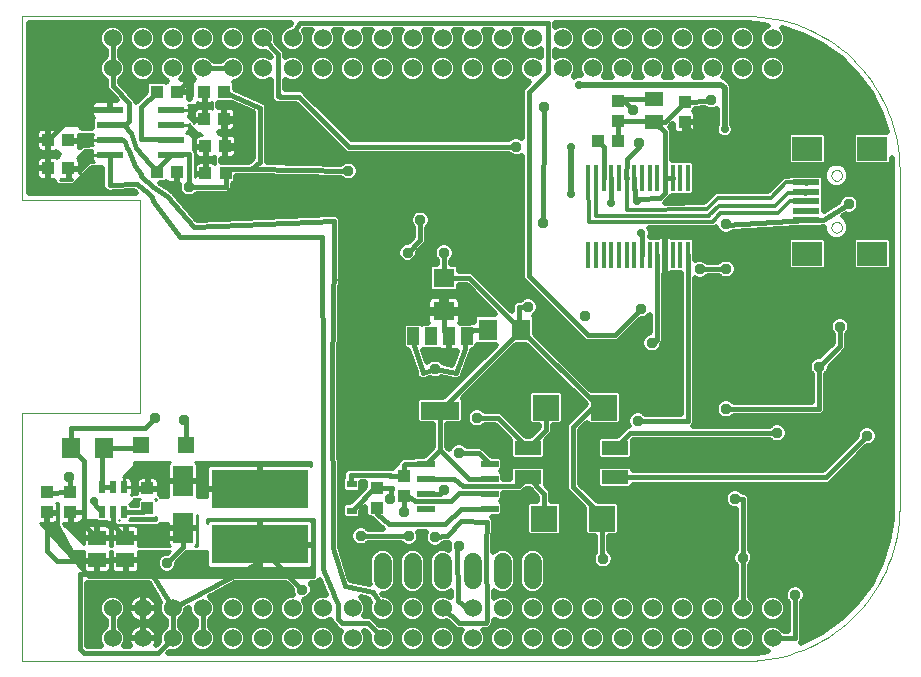
<source format=gbl>
G75*
G70*
%OFA0B0*%
%FSLAX24Y24*%
%IPPOS*%
%LPD*%
%AMOC8*
5,1,8,0,0,1.08239X$1,22.5*
%
%ADD10C,0.0000*%
%ADD11C,0.0600*%
%ADD12R,0.0169X0.0886*%
%ADD13R,0.0984X0.0787*%
%ADD14R,0.0906X0.0197*%
%ADD15R,0.0394X0.0433*%
%ADD16R,0.0433X0.0394*%
%ADD17R,0.0591X0.0512*%
%ADD18R,0.0866X0.0236*%
%ADD19R,0.0197X0.0394*%
%ADD20R,0.0669X0.0984*%
%ADD21R,0.0551X0.0551*%
%ADD22R,0.0394X0.0591*%
%ADD23R,0.1299X0.0591*%
%ADD24R,0.0630X0.0709*%
%ADD25R,0.3228X0.1299*%
%ADD26R,0.0709X0.0630*%
%ADD27R,0.0870X0.0472*%
%ADD28R,0.0890X0.0850*%
%ADD29R,0.0591X0.0217*%
%ADD30R,0.0327X0.0248*%
%ADD31C,0.0600*%
%ADD32C,0.0098*%
%ADD33C,0.0160*%
%ADD34C,0.0376*%
%ADD35C,0.0290*%
%ADD36C,0.0197*%
%ADD37C,0.0240*%
%ADD38C,0.0120*%
D10*
X006730Y003306D02*
X006730Y011574D01*
X010667Y011574D01*
X010667Y018660D01*
X006730Y018660D01*
X006730Y024802D01*
X030864Y024802D01*
X031108Y024796D01*
X031350Y024779D01*
X031592Y024750D01*
X031833Y024710D01*
X032071Y024658D01*
X032306Y024595D01*
X032538Y024521D01*
X032766Y024435D01*
X032990Y024339D01*
X033209Y024233D01*
X033423Y024116D01*
X033631Y023990D01*
X033833Y023853D01*
X034028Y023707D01*
X034216Y023552D01*
X034396Y023388D01*
X034568Y023216D01*
X034732Y023036D01*
X034887Y022848D01*
X035033Y022653D01*
X035170Y022451D01*
X035296Y022243D01*
X035413Y022029D01*
X035519Y021810D01*
X035615Y021586D01*
X035701Y021358D01*
X035775Y021126D01*
X035838Y020891D01*
X035890Y020653D01*
X035930Y020412D01*
X035959Y020170D01*
X035976Y019928D01*
X035982Y019684D01*
X035982Y008424D01*
X035976Y008180D01*
X035959Y007938D01*
X035930Y007696D01*
X035890Y007455D01*
X035838Y007217D01*
X035775Y006982D01*
X035701Y006750D01*
X035615Y006522D01*
X035519Y006298D01*
X035413Y006079D01*
X035296Y005865D01*
X035170Y005657D01*
X035033Y005455D01*
X034887Y005260D01*
X034732Y005072D01*
X034568Y004892D01*
X034396Y004720D01*
X034216Y004556D01*
X034028Y004401D01*
X033833Y004255D01*
X033631Y004118D01*
X033423Y003992D01*
X033209Y003875D01*
X032990Y003769D01*
X032766Y003673D01*
X032538Y003587D01*
X032306Y003513D01*
X032071Y003450D01*
X031833Y003398D01*
X031592Y003358D01*
X031350Y003329D01*
X031108Y003312D01*
X030864Y003306D01*
X006730Y003306D01*
X033709Y017759D02*
X033711Y017785D01*
X033717Y017811D01*
X033727Y017836D01*
X033740Y017859D01*
X033756Y017879D01*
X033776Y017897D01*
X033798Y017912D01*
X033821Y017924D01*
X033847Y017932D01*
X033873Y017936D01*
X033899Y017936D01*
X033925Y017932D01*
X033951Y017924D01*
X033975Y017912D01*
X033996Y017897D01*
X034016Y017879D01*
X034032Y017859D01*
X034045Y017836D01*
X034055Y017811D01*
X034061Y017785D01*
X034063Y017759D01*
X034061Y017733D01*
X034055Y017707D01*
X034045Y017682D01*
X034032Y017659D01*
X034016Y017639D01*
X033996Y017621D01*
X033974Y017606D01*
X033951Y017594D01*
X033925Y017586D01*
X033899Y017582D01*
X033873Y017582D01*
X033847Y017586D01*
X033821Y017594D01*
X033797Y017606D01*
X033776Y017621D01*
X033756Y017639D01*
X033740Y017659D01*
X033727Y017682D01*
X033717Y017707D01*
X033711Y017733D01*
X033709Y017759D01*
X033709Y019491D02*
X033711Y019517D01*
X033717Y019543D01*
X033727Y019568D01*
X033740Y019591D01*
X033756Y019611D01*
X033776Y019629D01*
X033798Y019644D01*
X033821Y019656D01*
X033847Y019664D01*
X033873Y019668D01*
X033899Y019668D01*
X033925Y019664D01*
X033951Y019656D01*
X033975Y019644D01*
X033996Y019629D01*
X034016Y019611D01*
X034032Y019591D01*
X034045Y019568D01*
X034055Y019543D01*
X034061Y019517D01*
X034063Y019491D01*
X034061Y019465D01*
X034055Y019439D01*
X034045Y019414D01*
X034032Y019391D01*
X034016Y019371D01*
X033996Y019353D01*
X033974Y019338D01*
X033951Y019326D01*
X033925Y019318D01*
X033899Y019314D01*
X033873Y019314D01*
X033847Y019318D01*
X033821Y019326D01*
X033797Y019338D01*
X033776Y019353D01*
X033756Y019371D01*
X033740Y019391D01*
X033727Y019414D01*
X033717Y019439D01*
X033711Y019465D01*
X033709Y019491D01*
D11*
X031756Y023056D03*
X030756Y023056D03*
X029756Y023056D03*
X028756Y023056D03*
X027756Y023056D03*
X026756Y023056D03*
X025756Y023056D03*
X024756Y023056D03*
X023756Y023056D03*
X022756Y023056D03*
X021756Y023056D03*
X020756Y023056D03*
X019756Y023056D03*
X018756Y023056D03*
X017756Y023056D03*
X016756Y023056D03*
X015756Y023056D03*
X014756Y023056D03*
X013756Y023056D03*
X012756Y023056D03*
X011756Y023056D03*
X010756Y023056D03*
X009756Y023056D03*
X009756Y024056D03*
X010756Y024056D03*
X011756Y024056D03*
X012756Y024056D03*
X013756Y024056D03*
X014756Y024056D03*
X015756Y024056D03*
X016756Y024056D03*
X017756Y024056D03*
X018756Y024056D03*
X019756Y024056D03*
X020756Y024056D03*
X021756Y024056D03*
X022756Y024056D03*
X023756Y024056D03*
X024756Y024056D03*
X025756Y024056D03*
X026756Y024056D03*
X027756Y024056D03*
X028756Y024056D03*
X029756Y024056D03*
X030756Y024056D03*
X031756Y024056D03*
X031756Y005056D03*
X030756Y005056D03*
X029756Y005056D03*
X028756Y005056D03*
X027756Y005056D03*
X026756Y005056D03*
X025756Y005056D03*
X024756Y005056D03*
X023756Y005056D03*
X022756Y005056D03*
X021756Y005056D03*
X020756Y005056D03*
X019756Y005056D03*
X018756Y005056D03*
X017756Y005056D03*
X016756Y005056D03*
X015756Y005056D03*
X014756Y005056D03*
X013756Y005056D03*
X012756Y005056D03*
X011756Y005056D03*
X010756Y005056D03*
X009756Y005056D03*
X009756Y004056D03*
X010756Y004056D03*
X011756Y004056D03*
X012756Y004056D03*
X013756Y004056D03*
X014756Y004056D03*
X015756Y004056D03*
X016756Y004056D03*
X017756Y004056D03*
X018756Y004056D03*
X019756Y004056D03*
X020756Y004056D03*
X021756Y004056D03*
X022756Y004056D03*
X023756Y004056D03*
X024756Y004056D03*
X025756Y004056D03*
X026756Y004056D03*
X027756Y004056D03*
X028756Y004056D03*
X029756Y004056D03*
X030756Y004056D03*
X031756Y004056D03*
D12*
X028930Y016844D03*
X028675Y016844D03*
X028419Y016844D03*
X028163Y016844D03*
X027907Y016844D03*
X027651Y016844D03*
X027395Y016844D03*
X027139Y016844D03*
X026883Y016844D03*
X026627Y016844D03*
X026371Y016844D03*
X026116Y016844D03*
X025860Y016844D03*
X025604Y016844D03*
X025604Y019403D03*
X025860Y019403D03*
X026116Y019403D03*
X026371Y019403D03*
X026627Y019403D03*
X026883Y019403D03*
X027139Y019403D03*
X027395Y019403D03*
X027651Y019403D03*
X027907Y019403D03*
X028163Y019403D03*
X028419Y019403D03*
X028675Y019403D03*
X028930Y019403D03*
D13*
X032901Y020377D03*
X035067Y020377D03*
X035067Y016873D03*
X032901Y016873D03*
D14*
X032862Y017995D03*
X032862Y018310D03*
X032862Y018625D03*
X032862Y018940D03*
X032862Y019255D03*
D15*
X028817Y021272D03*
X028817Y021941D03*
X026594Y021962D03*
X026594Y021292D03*
X013512Y020460D03*
X012843Y020460D03*
X012847Y019563D03*
X013516Y019563D03*
X013477Y021366D03*
X012807Y021366D03*
X012803Y022279D03*
X013473Y022279D03*
X011894Y022271D03*
X011225Y022271D03*
X008268Y020665D03*
X007599Y020665D03*
X007603Y019720D03*
X008272Y019720D03*
X019468Y009481D03*
X019468Y008812D03*
X010907Y009060D03*
X010907Y008391D03*
D16*
X008348Y008257D03*
X008348Y008926D03*
X007549Y008930D03*
X007549Y008261D03*
X018555Y008414D03*
X018555Y009084D03*
X011890Y019602D03*
X011221Y019602D03*
X025921Y020622D03*
X026590Y020622D03*
D17*
X027814Y021285D03*
X027814Y022033D03*
X010167Y007418D03*
X009226Y007414D03*
X009226Y006666D03*
X010167Y006670D03*
D18*
X009654Y020175D03*
X009654Y020675D03*
X009654Y021175D03*
X009654Y021675D03*
X011701Y021675D03*
X011701Y021175D03*
X011701Y020675D03*
X011701Y020175D03*
D19*
X010136Y009092D03*
X009762Y009092D03*
X009388Y009092D03*
X009388Y008265D03*
X009762Y008265D03*
X010136Y008265D03*
D20*
X012084Y007737D03*
X012084Y009312D03*
D21*
X012190Y010490D03*
X010694Y010490D03*
D22*
X019779Y014127D03*
X020369Y014127D03*
X020960Y014127D03*
X021551Y014127D03*
D23*
X020665Y011647D03*
D24*
X022259Y014348D03*
X023362Y014348D03*
X009480Y010392D03*
X008378Y010392D03*
D25*
X014651Y009048D03*
X014651Y007198D03*
D26*
X020798Y014959D03*
X020798Y016062D03*
D27*
X023594Y010407D03*
X023594Y009422D03*
X026507Y009422D03*
X026507Y010407D03*
D28*
X026121Y011749D03*
X024201Y011749D03*
X024142Y008048D03*
X026062Y008048D03*
D29*
X022318Y008377D03*
X022318Y008877D03*
X022318Y009377D03*
X022318Y009877D03*
X020192Y009877D03*
X020192Y009377D03*
X020192Y008877D03*
X020192Y008377D03*
D30*
X017721Y008314D03*
X017721Y009192D03*
D31*
X018756Y006606D02*
X018756Y006006D01*
X019756Y006006D02*
X019756Y006606D01*
X020756Y006606D02*
X020756Y006006D01*
X021756Y006006D02*
X021756Y006606D01*
X022756Y006606D02*
X022756Y006006D01*
X023756Y006006D02*
X023756Y006606D01*
D32*
X016478Y006603D02*
X016415Y006603D01*
X016415Y006529D02*
X016405Y006491D01*
X016385Y006457D01*
X016357Y006429D01*
X016323Y006409D01*
X016285Y006399D01*
X014700Y006399D01*
X014700Y007149D01*
X014602Y007149D01*
X014602Y006399D01*
X013017Y006399D01*
X012980Y006409D01*
X012946Y006429D01*
X012918Y006457D01*
X012898Y006491D01*
X012888Y006529D01*
X012888Y006970D01*
X012205Y006970D01*
X011846Y006611D01*
X011846Y006522D01*
X011801Y006413D01*
X011717Y006329D01*
X011608Y006284D01*
X011490Y006284D01*
X011381Y006329D01*
X011297Y006413D01*
X011252Y006522D01*
X011252Y006641D01*
X011297Y006750D01*
X011381Y006833D01*
X011490Y006879D01*
X011579Y006879D01*
X011670Y006970D01*
X010605Y006970D01*
X010612Y006946D01*
X010612Y006719D01*
X010216Y006719D01*
X010216Y006621D01*
X010216Y006265D01*
X010482Y006265D01*
X010520Y006275D01*
X010554Y006295D01*
X010582Y006323D01*
X010601Y006357D01*
X010612Y006395D01*
X010612Y006621D01*
X010216Y006621D01*
X010118Y006621D01*
X010118Y006265D01*
X009852Y006265D01*
X009814Y006275D01*
X009780Y006295D01*
X009752Y006323D01*
X009733Y006357D01*
X009723Y006395D01*
X009723Y006621D01*
X010118Y006621D01*
X010118Y006719D01*
X009723Y006719D01*
X009723Y006946D01*
X009729Y006970D01*
X009663Y006970D01*
X009671Y006942D01*
X009671Y006716D01*
X009275Y006716D01*
X009275Y006617D01*
X009275Y006261D01*
X009541Y006261D01*
X009579Y006271D01*
X009613Y006291D01*
X009641Y006319D01*
X009660Y006353D01*
X009671Y006391D01*
X009671Y006617D01*
X009275Y006617D01*
X009177Y006617D01*
X009177Y006261D01*
X008911Y006261D01*
X008873Y006271D01*
X008839Y006291D01*
X008811Y006319D01*
X008792Y006353D01*
X008782Y006391D01*
X008782Y006617D01*
X009177Y006617D01*
X009177Y006716D01*
X008782Y006716D01*
X008782Y006942D01*
X008789Y006970D01*
X008401Y006970D01*
X007943Y007830D01*
X007943Y008560D01*
X007874Y008560D01*
X007885Y008549D01*
X007905Y008515D01*
X007915Y008477D01*
X007915Y008310D01*
X007598Y008310D01*
X007598Y008212D01*
X007915Y008212D01*
X007915Y008044D01*
X007905Y008006D01*
X007885Y007972D01*
X007857Y007945D01*
X007823Y007925D01*
X007785Y007915D01*
X007598Y007915D01*
X007598Y008212D01*
X007500Y008212D01*
X007500Y007915D01*
X007324Y007915D01*
X008958Y006103D01*
X016478Y006103D01*
X016478Y008025D01*
X012895Y008025D01*
X012895Y007895D01*
X012898Y007905D01*
X012918Y007939D01*
X012946Y007967D01*
X012980Y007987D01*
X013017Y007997D01*
X014602Y007997D01*
X014602Y007247D01*
X014700Y007247D01*
X014700Y007997D01*
X016285Y007997D01*
X016323Y007987D01*
X016357Y007967D01*
X016385Y007939D01*
X016405Y007905D01*
X016415Y007867D01*
X016415Y007247D01*
X014701Y007247D01*
X014701Y007149D01*
X016415Y007149D01*
X016415Y006529D01*
X016409Y006506D02*
X016478Y006506D01*
X016478Y006409D02*
X016321Y006409D01*
X016478Y006312D02*
X011675Y006312D01*
X011797Y006409D02*
X012981Y006409D01*
X012894Y006506D02*
X011839Y006506D01*
X011846Y006603D02*
X012888Y006603D01*
X012888Y006700D02*
X011935Y006700D01*
X012032Y006797D02*
X012888Y006797D01*
X012888Y006894D02*
X012129Y006894D01*
X012513Y007128D02*
X012538Y007154D01*
X012558Y007188D01*
X012568Y007226D01*
X012568Y007688D01*
X012134Y007688D01*
X012134Y007786D01*
X012568Y007786D01*
X012568Y008163D01*
X012580Y008151D01*
X012580Y007128D01*
X012513Y007128D01*
X012556Y007185D02*
X012580Y007185D01*
X012568Y007282D02*
X012580Y007282D01*
X012568Y007379D02*
X012580Y007379D01*
X012568Y007475D02*
X012580Y007475D01*
X012568Y007572D02*
X012580Y007572D01*
X012568Y007669D02*
X012580Y007669D01*
X012580Y007766D02*
X012134Y007766D01*
X012035Y007766D02*
X010581Y007766D01*
X010582Y007766D02*
X010554Y007794D01*
X010520Y007813D01*
X010482Y007824D01*
X010216Y007824D01*
X010216Y007468D01*
X010118Y007468D01*
X010118Y007824D01*
X009852Y007824D01*
X009814Y007813D01*
X009780Y007794D01*
X009752Y007766D01*
X009733Y007732D01*
X009723Y007694D01*
X009723Y007468D01*
X010118Y007468D01*
X010118Y007369D01*
X009723Y007369D01*
X009723Y007143D01*
X009727Y007128D01*
X009668Y007128D01*
X009671Y007139D01*
X009671Y007365D01*
X009275Y007365D01*
X009275Y007464D01*
X009177Y007464D01*
X009177Y007820D01*
X008911Y007820D01*
X008873Y007809D01*
X008839Y007790D01*
X008811Y007762D01*
X008792Y007728D01*
X008782Y007690D01*
X008782Y007464D01*
X009177Y007464D01*
X009177Y007365D01*
X008782Y007365D01*
X008782Y007186D01*
X008105Y007862D01*
X008101Y007870D01*
X008101Y007914D01*
X008112Y007911D01*
X008299Y007911D01*
X008299Y008208D01*
X008397Y008208D01*
X008397Y007911D01*
X008584Y007911D01*
X008622Y007921D01*
X008656Y007941D01*
X008684Y007969D01*
X008698Y007993D01*
X009209Y007993D01*
X009244Y007959D01*
X009531Y007959D01*
X009546Y007974D01*
X009571Y007949D01*
X009606Y007929D01*
X009643Y007919D01*
X009761Y007919D01*
X009761Y008264D01*
X009762Y008264D01*
X009762Y007919D01*
X009793Y007919D01*
X009877Y007835D01*
X011137Y007835D01*
X011268Y007835D01*
X011348Y007914D01*
X011601Y007914D01*
X011601Y007786D01*
X012035Y007786D01*
X012035Y007688D01*
X011601Y007688D01*
X011601Y007226D01*
X011611Y007188D01*
X011630Y007154D01*
X011656Y007128D01*
X010608Y007128D01*
X010612Y007143D01*
X010612Y007369D01*
X010216Y007369D01*
X010216Y007468D01*
X010612Y007468D01*
X010612Y007694D01*
X010601Y007732D01*
X010582Y007766D01*
X010612Y007669D02*
X011601Y007669D01*
X011601Y007572D02*
X010612Y007572D01*
X010612Y007475D02*
X011601Y007475D01*
X011601Y007379D02*
X010216Y007379D01*
X010216Y007475D02*
X010118Y007475D01*
X010118Y007379D02*
X009275Y007379D01*
X009275Y007464D02*
X009671Y007464D01*
X009671Y007690D01*
X009660Y007728D01*
X009641Y007762D01*
X009613Y007790D01*
X009579Y007809D01*
X009541Y007820D01*
X009275Y007820D01*
X009275Y007464D01*
X009275Y007475D02*
X009177Y007475D01*
X009177Y007379D02*
X008589Y007379D01*
X008492Y007475D02*
X008782Y007475D01*
X008782Y007572D02*
X008395Y007572D01*
X008298Y007669D02*
X008782Y007669D01*
X008816Y007766D02*
X008201Y007766D01*
X008104Y007863D02*
X009849Y007863D01*
X009761Y007960D02*
X009762Y007960D01*
X009761Y008057D02*
X009762Y008057D01*
X009761Y008154D02*
X009762Y008154D01*
X009761Y008251D02*
X009762Y008251D01*
X009951Y008000D02*
X009958Y007993D01*
X009951Y007993D01*
X009951Y008000D01*
X010118Y007766D02*
X010216Y007766D01*
X010216Y007669D02*
X010118Y007669D01*
X010118Y007572D02*
X010216Y007572D01*
X010612Y007282D02*
X011601Y007282D01*
X011612Y007185D02*
X010612Y007185D01*
X010612Y006894D02*
X011594Y006894D01*
X011344Y006797D02*
X010612Y006797D01*
X010612Y006603D02*
X011252Y006603D01*
X011258Y006506D02*
X010612Y006506D01*
X010612Y006409D02*
X011301Y006409D01*
X011423Y006312D02*
X010571Y006312D01*
X010216Y006312D02*
X010118Y006312D01*
X010118Y006409D02*
X010216Y006409D01*
X010216Y006506D02*
X010118Y006506D01*
X010118Y006603D02*
X010216Y006603D01*
X010216Y006700D02*
X011276Y006700D01*
X010118Y006700D02*
X009275Y006700D01*
X009275Y006603D02*
X009177Y006603D01*
X009177Y006700D02*
X008420Y006700D01*
X008333Y006797D02*
X008782Y006797D01*
X008782Y006894D02*
X008245Y006894D01*
X008158Y006991D02*
X008390Y006991D01*
X008338Y007088D02*
X008070Y007088D01*
X007983Y007185D02*
X008286Y007185D01*
X008235Y007282D02*
X007895Y007282D01*
X007808Y007379D02*
X008183Y007379D01*
X008132Y007475D02*
X007720Y007475D01*
X007633Y007572D02*
X008080Y007572D01*
X008028Y007669D02*
X007545Y007669D01*
X007458Y007766D02*
X007977Y007766D01*
X007943Y007863D02*
X007370Y007863D01*
X007500Y007960D02*
X007598Y007960D01*
X007598Y008057D02*
X007500Y008057D01*
X007500Y008154D02*
X007598Y008154D01*
X007598Y008251D02*
X007943Y008251D01*
X007943Y008154D02*
X007915Y008154D01*
X007915Y008057D02*
X007943Y008057D01*
X007943Y007960D02*
X007873Y007960D01*
X008299Y007960D02*
X008397Y007960D01*
X008397Y008057D02*
X008299Y008057D01*
X008299Y008154D02*
X008397Y008154D01*
X008676Y007960D02*
X009242Y007960D01*
X009275Y007766D02*
X009177Y007766D01*
X009177Y007669D02*
X009275Y007669D01*
X009275Y007572D02*
X009177Y007572D01*
X009671Y007572D02*
X009723Y007572D01*
X009723Y007475D02*
X009671Y007475D01*
X009671Y007282D02*
X009723Y007282D01*
X009723Y007185D02*
X009671Y007185D01*
X009671Y006894D02*
X009723Y006894D01*
X009723Y006797D02*
X009671Y006797D01*
X009671Y006603D02*
X009723Y006603D01*
X009723Y006506D02*
X009671Y006506D01*
X009671Y006409D02*
X009723Y006409D01*
X009763Y006312D02*
X009634Y006312D01*
X009275Y006312D02*
X009177Y006312D01*
X009177Y006409D02*
X009275Y006409D01*
X009275Y006506D02*
X009177Y006506D01*
X008819Y006312D02*
X008770Y006312D01*
X008782Y006409D02*
X008683Y006409D01*
X008595Y006506D02*
X008782Y006506D01*
X008782Y006603D02*
X008508Y006603D01*
X008858Y006215D02*
X016478Y006215D01*
X016478Y006118D02*
X008945Y006118D01*
X008782Y007282D02*
X008686Y007282D01*
X009533Y007960D02*
X009560Y007960D01*
X009636Y007766D02*
X009753Y007766D01*
X009723Y007669D02*
X009671Y007669D01*
X010314Y007993D02*
X010343Y008023D01*
X010343Y008076D01*
X010655Y008076D01*
X010665Y008065D01*
X011149Y008065D01*
X011203Y008118D01*
X011203Y007993D01*
X010314Y007993D01*
X010343Y008057D02*
X011203Y008057D01*
X011297Y007863D02*
X011601Y007863D01*
X011203Y008663D02*
X011163Y008703D01*
X011203Y008703D01*
X011203Y008663D01*
X011344Y008785D02*
X011268Y008861D01*
X011253Y008861D01*
X011253Y009011D01*
X010957Y009011D01*
X010957Y009109D01*
X011253Y009109D01*
X011253Y009296D01*
X011243Y009334D01*
X011223Y009368D01*
X011196Y009396D01*
X011162Y009416D01*
X011124Y009426D01*
X010956Y009426D01*
X010956Y009109D01*
X010858Y009109D01*
X010858Y009011D01*
X010561Y009011D01*
X010561Y008861D01*
X010507Y008861D01*
X010497Y008869D01*
X010443Y008861D01*
X010389Y008861D01*
X010380Y008852D01*
X010377Y008851D01*
X010383Y008875D01*
X010383Y009091D01*
X010136Y009091D01*
X010136Y009092D01*
X010383Y009092D01*
X010383Y009308D01*
X010373Y009346D01*
X010353Y009380D01*
X010326Y009408D01*
X010292Y009428D01*
X010254Y009438D01*
X010136Y009438D01*
X010136Y009092D01*
X010135Y009092D01*
X010135Y009438D01*
X010088Y009438D01*
X010454Y009804D01*
X010454Y009922D01*
X011657Y009922D01*
X011630Y009896D01*
X011611Y009862D01*
X011601Y009824D01*
X011601Y009361D01*
X012035Y009361D01*
X012035Y009263D01*
X011601Y009263D01*
X011601Y008800D01*
X011605Y008784D01*
X011344Y008785D01*
X011296Y008833D02*
X011601Y008833D01*
X011601Y008930D02*
X011253Y008930D01*
X011253Y009124D02*
X011601Y009124D01*
X011601Y009221D02*
X011253Y009221D01*
X011248Y009318D02*
X012035Y009318D01*
X012134Y009318D02*
X012888Y009318D01*
X012888Y009415D02*
X012568Y009415D01*
X012568Y009361D02*
X012568Y009824D01*
X012558Y009862D01*
X012538Y009896D01*
X012512Y009922D01*
X016360Y009922D01*
X016360Y009814D01*
X016357Y009817D01*
X016323Y009837D01*
X016285Y009847D01*
X014700Y009847D01*
X014700Y009098D01*
X014602Y009098D01*
X014602Y009847D01*
X013017Y009847D01*
X012980Y009837D01*
X012946Y009817D01*
X012918Y009790D01*
X012898Y009756D01*
X012888Y009718D01*
X012888Y009097D01*
X014602Y009097D01*
X014602Y008999D01*
X012888Y008999D01*
X012888Y008780D01*
X012563Y008781D01*
X012568Y008800D01*
X012568Y009263D01*
X012134Y009263D01*
X012134Y009361D01*
X012568Y009361D01*
X012568Y009221D02*
X012888Y009221D01*
X012888Y009124D02*
X012568Y009124D01*
X012568Y009027D02*
X014602Y009027D01*
X014602Y009124D02*
X014700Y009124D01*
X014700Y009221D02*
X014602Y009221D01*
X014602Y009318D02*
X014700Y009318D01*
X014700Y009415D02*
X014602Y009415D01*
X014602Y009512D02*
X014700Y009512D01*
X014700Y009609D02*
X014602Y009609D01*
X014602Y009706D02*
X014700Y009706D01*
X014700Y009803D02*
X014602Y009803D01*
X012931Y009803D02*
X012568Y009803D01*
X012568Y009706D02*
X012888Y009706D01*
X012888Y009609D02*
X012568Y009609D01*
X012568Y009512D02*
X012888Y009512D01*
X012535Y009900D02*
X016360Y009900D01*
X016364Y007960D02*
X016478Y007960D01*
X016478Y007863D02*
X016415Y007863D01*
X016415Y007766D02*
X016478Y007766D01*
X016478Y007669D02*
X016415Y007669D01*
X016415Y007572D02*
X016478Y007572D01*
X016478Y007475D02*
X016415Y007475D01*
X016415Y007379D02*
X016478Y007379D01*
X016478Y007282D02*
X016415Y007282D01*
X016478Y007185D02*
X014701Y007185D01*
X014700Y007282D02*
X014602Y007282D01*
X014602Y007379D02*
X014700Y007379D01*
X014700Y007475D02*
X014602Y007475D01*
X014602Y007572D02*
X014700Y007572D01*
X014700Y007669D02*
X014602Y007669D01*
X014602Y007766D02*
X014700Y007766D01*
X014700Y007863D02*
X014602Y007863D01*
X014602Y007960D02*
X014700Y007960D01*
X014700Y007088D02*
X014602Y007088D01*
X014602Y006991D02*
X014700Y006991D01*
X014700Y006894D02*
X014602Y006894D01*
X014602Y006797D02*
X014700Y006797D01*
X014700Y006700D02*
X014602Y006700D01*
X014602Y006603D02*
X014700Y006603D01*
X014700Y006506D02*
X014602Y006506D01*
X014602Y006409D02*
X014700Y006409D01*
X016415Y006700D02*
X016478Y006700D01*
X016478Y006797D02*
X016415Y006797D01*
X016415Y006894D02*
X016478Y006894D01*
X016478Y006991D02*
X016415Y006991D01*
X016415Y007088D02*
X016478Y007088D01*
X012939Y007960D02*
X012895Y007960D01*
X012580Y007960D02*
X012568Y007960D01*
X012568Y007863D02*
X012580Y007863D01*
X012568Y008057D02*
X012580Y008057D01*
X012568Y008154D02*
X012577Y008154D01*
X012568Y008833D02*
X012888Y008833D01*
X012888Y008930D02*
X012568Y008930D01*
X011601Y009027D02*
X010957Y009027D01*
X010956Y009124D02*
X010858Y009124D01*
X010858Y009109D02*
X010858Y009426D01*
X010691Y009426D01*
X010653Y009416D01*
X010619Y009396D01*
X010591Y009368D01*
X010571Y009334D01*
X010561Y009296D01*
X010561Y009109D01*
X010858Y009109D01*
X010858Y009027D02*
X010383Y009027D01*
X010383Y009124D02*
X010561Y009124D01*
X010561Y009221D02*
X010383Y009221D01*
X010381Y009318D02*
X010567Y009318D01*
X010651Y009415D02*
X010314Y009415D01*
X010136Y009415D02*
X010135Y009415D01*
X010135Y009318D02*
X010136Y009318D01*
X010135Y009221D02*
X010136Y009221D01*
X010135Y009124D02*
X010136Y009124D01*
X010383Y008930D02*
X010561Y008930D01*
X010651Y008703D02*
X010601Y008653D01*
X010601Y008454D01*
X010343Y008454D01*
X010343Y008507D01*
X010306Y008544D01*
X010336Y008544D01*
X010454Y008703D01*
X010651Y008703D01*
X010601Y008639D02*
X010407Y008639D01*
X010308Y008542D02*
X010601Y008542D01*
X010858Y009221D02*
X010956Y009221D01*
X010956Y009318D02*
X010858Y009318D01*
X010858Y009415D02*
X010956Y009415D01*
X011163Y009415D02*
X011601Y009415D01*
X011601Y009512D02*
X010162Y009512D01*
X010259Y009609D02*
X011601Y009609D01*
X011601Y009706D02*
X010356Y009706D01*
X010453Y009803D02*
X011601Y009803D01*
X011634Y009900D02*
X010454Y009900D01*
X007943Y008542D02*
X007889Y008542D01*
X007915Y008445D02*
X007943Y008445D01*
X007943Y008348D02*
X007915Y008348D01*
X007992Y019342D02*
X008016Y019365D01*
X008017Y019364D01*
X008055Y019354D01*
X008223Y019354D01*
X008223Y019671D01*
X008321Y019671D01*
X008321Y019769D01*
X008618Y019769D01*
X008618Y019956D01*
X008608Y019994D01*
X008588Y020028D01*
X008560Y020056D01*
X008553Y020060D01*
X008819Y020326D01*
X009076Y020331D01*
X009071Y020312D01*
X009071Y020185D01*
X009644Y020185D01*
X009644Y020165D01*
X009071Y020165D01*
X009071Y020037D01*
X009082Y019999D01*
X009101Y019965D01*
X009129Y019937D01*
X009137Y019933D01*
X008977Y019933D01*
X008618Y019574D01*
X008618Y019671D01*
X008321Y019671D01*
X008321Y019354D01*
X008398Y019354D01*
X008386Y019342D01*
X007992Y019342D01*
X008223Y019403D02*
X008321Y019403D01*
X008321Y019500D02*
X008223Y019500D01*
X008223Y019597D02*
X008321Y019597D01*
X008321Y019694D02*
X008737Y019694D01*
X008834Y019790D02*
X008618Y019790D01*
X008618Y019887D02*
X008931Y019887D01*
X009090Y019984D02*
X008610Y019984D01*
X008574Y020081D02*
X009071Y020081D01*
X009071Y020275D02*
X008768Y020275D01*
X008671Y020178D02*
X009644Y020178D01*
X009644Y020665D02*
X009071Y020665D01*
X009071Y020537D01*
X009082Y020499D01*
X009087Y020490D01*
X008817Y020485D01*
X008753Y020485D01*
X008752Y020484D01*
X008751Y020484D01*
X008706Y020437D01*
X008674Y020405D01*
X008608Y020405D01*
X008614Y020429D01*
X008614Y020616D01*
X008317Y020616D01*
X008317Y020714D01*
X008614Y020714D01*
X008614Y020877D01*
X009097Y020877D01*
X009082Y020850D01*
X009071Y020812D01*
X009071Y020685D01*
X009644Y020685D01*
X009644Y020665D01*
X009071Y020663D02*
X008317Y020663D01*
X008614Y020566D02*
X009071Y020566D01*
X009071Y020760D02*
X008614Y020760D01*
X008614Y020857D02*
X009085Y020857D01*
X008737Y020469D02*
X008614Y020469D01*
X008618Y019597D02*
X008640Y019597D01*
X011711Y021165D02*
X011711Y021185D01*
X012283Y021185D01*
X012283Y021205D01*
X012480Y021009D01*
X012572Y020916D01*
X012639Y020916D01*
X012729Y020826D01*
X012626Y020826D01*
X012588Y020816D01*
X012554Y020796D01*
X012526Y020768D01*
X012507Y020734D01*
X012497Y020696D01*
X012497Y020509D01*
X012793Y020509D01*
X012793Y020411D01*
X012497Y020411D01*
X012497Y020224D01*
X012507Y020186D01*
X012526Y020152D01*
X012554Y020124D01*
X012588Y020105D01*
X012626Y020094D01*
X012794Y020094D01*
X012794Y020411D01*
X012892Y020411D01*
X012892Y020094D01*
X013059Y020094D01*
X013097Y020105D01*
X013131Y020124D01*
X013150Y020143D01*
X013150Y019884D01*
X013135Y019898D01*
X013101Y019918D01*
X013063Y019928D01*
X012896Y019928D01*
X012896Y019612D01*
X012797Y019612D01*
X012797Y019513D01*
X012501Y019513D01*
X012501Y019440D01*
X012495Y019446D01*
X012495Y020284D01*
X012441Y020338D01*
X012441Y020759D01*
X012284Y020917D01*
X012189Y020917D01*
X012192Y020918D01*
X012226Y020937D01*
X012253Y020965D01*
X012273Y020999D01*
X012283Y021037D01*
X012283Y021165D01*
X011711Y021165D01*
X011711Y021665D02*
X011711Y021685D01*
X012283Y021685D01*
X012283Y021812D01*
X012278Y021832D01*
X012547Y021834D01*
X012550Y021923D01*
X012587Y021913D01*
X012754Y021913D01*
X012754Y022230D01*
X012852Y022230D01*
X012852Y021913D01*
X013020Y021913D01*
X013058Y021923D01*
X013071Y021931D01*
X013071Y021716D01*
X013062Y021721D01*
X013024Y021731D01*
X012856Y021731D01*
X012856Y021415D01*
X012758Y021415D01*
X012758Y021731D01*
X012591Y021731D01*
X012553Y021721D01*
X012519Y021702D01*
X012491Y021674D01*
X012471Y021640D01*
X012461Y021602D01*
X012461Y021415D01*
X012758Y021415D01*
X012758Y021316D01*
X012461Y021316D01*
X012461Y021251D01*
X012250Y021462D01*
X012253Y021465D01*
X012273Y021499D01*
X012283Y021537D01*
X012283Y021665D01*
X011711Y021665D01*
X012283Y021633D02*
X012470Y021633D01*
X012461Y021536D02*
X012283Y021536D01*
X012273Y021439D02*
X012461Y021439D01*
X012370Y021342D02*
X012758Y021342D01*
X012758Y021439D02*
X012856Y021439D01*
X012856Y021536D02*
X012758Y021536D01*
X012758Y021633D02*
X012856Y021633D01*
X012856Y021730D02*
X012758Y021730D01*
X012585Y021730D02*
X012283Y021730D01*
X012279Y021827D02*
X013071Y021827D01*
X013058Y021924D02*
X013071Y021924D01*
X013071Y021730D02*
X013029Y021730D01*
X012852Y021924D02*
X012754Y021924D01*
X012754Y022021D02*
X012852Y022021D01*
X012852Y022118D02*
X012754Y022118D01*
X012754Y022215D02*
X012852Y022215D01*
X012340Y021148D02*
X012283Y021148D01*
X012283Y021051D02*
X012437Y021051D01*
X012534Y020954D02*
X012243Y020954D01*
X012343Y020857D02*
X012698Y020857D01*
X012522Y020760D02*
X012440Y020760D01*
X012441Y020663D02*
X012497Y020663D01*
X012497Y020566D02*
X012441Y020566D01*
X012441Y020469D02*
X012793Y020469D01*
X012794Y020372D02*
X012892Y020372D01*
X012892Y020275D02*
X012794Y020275D01*
X012794Y020178D02*
X012892Y020178D01*
X012797Y019928D02*
X012630Y019928D01*
X012592Y019918D01*
X012558Y019898D01*
X012530Y019871D01*
X012511Y019837D01*
X012501Y019799D01*
X012501Y019612D01*
X012797Y019612D01*
X012797Y019928D01*
X012797Y019887D02*
X012896Y019887D01*
X012896Y019790D02*
X012797Y019790D01*
X012797Y019694D02*
X012896Y019694D01*
X012797Y019597D02*
X012495Y019597D01*
X012495Y019694D02*
X012501Y019694D01*
X012495Y019790D02*
X012501Y019790D01*
X012495Y019887D02*
X012547Y019887D01*
X012495Y019984D02*
X013150Y019984D01*
X013146Y019887D02*
X013150Y019887D01*
X013150Y020081D02*
X012495Y020081D01*
X012495Y020178D02*
X012511Y020178D01*
X012495Y020275D02*
X012497Y020275D01*
X012497Y020372D02*
X012441Y020372D01*
X012495Y019500D02*
X012501Y019500D01*
D33*
X012306Y019106D02*
X013506Y019106D01*
X013516Y019116D01*
X013516Y019563D01*
X013659Y019706D01*
X014356Y019706D01*
X014673Y019933D01*
X014673Y021741D01*
X013473Y022279D01*
X013756Y023056D02*
X012756Y023056D01*
X012264Y022722D02*
X012256Y022633D01*
X011894Y022271D01*
X011225Y022271D02*
X010706Y021752D01*
X010706Y020706D01*
X011670Y020706D01*
X011701Y020675D01*
X011732Y020206D02*
X012306Y020206D01*
X012306Y019106D01*
X011894Y019006D02*
X012208Y018620D01*
X013956Y018656D01*
X014206Y018906D01*
X018722Y018900D01*
X018738Y016889D01*
X019584Y016916D02*
X020010Y017341D01*
X020010Y017999D01*
X020806Y016906D02*
X020798Y016898D01*
X020798Y016062D01*
X021647Y016062D01*
X023362Y014348D01*
X023306Y014403D01*
X023306Y015106D01*
X023606Y015106D01*
X023362Y014348D02*
X023362Y014344D01*
X020665Y011647D01*
X020665Y010350D01*
X021637Y009377D01*
X022318Y009377D01*
X022290Y008906D02*
X021306Y008906D01*
X021021Y008626D01*
X019817Y008626D01*
X019599Y008812D01*
X019468Y008812D01*
X019456Y008800D01*
X019456Y008256D01*
X018974Y007853D02*
X018555Y008209D01*
X018555Y008414D01*
X019006Y008711D02*
X019049Y009084D01*
X018555Y009084D01*
X018577Y009178D01*
X017721Y008314D01*
X017721Y009192D02*
X017685Y009227D01*
X017685Y009497D01*
X019004Y009497D01*
X019004Y009481D01*
X019468Y009481D01*
X019468Y009839D01*
X019506Y009877D01*
X020192Y009877D01*
X020665Y010350D01*
X021297Y010247D02*
X021949Y010247D01*
X022318Y009877D01*
X021421Y009127D02*
X023293Y009127D01*
X023594Y009422D01*
X024142Y008874D01*
X024142Y008048D01*
X025106Y009106D02*
X025106Y011106D01*
X025854Y011855D01*
X025960Y011749D01*
X026121Y011749D01*
X025854Y011855D02*
X023362Y014348D01*
X022259Y014348D02*
X021771Y014348D01*
X021551Y014127D01*
X021506Y014082D01*
X021506Y013706D01*
X021206Y012906D01*
X020495Y013036D01*
X020106Y012906D01*
X019779Y013933D01*
X019779Y014127D01*
X020798Y014289D02*
X020798Y014959D01*
X020798Y015114D01*
X020798Y014289D02*
X020960Y014127D01*
X020960Y013410D01*
X020956Y013406D01*
X020833Y012339D02*
X019606Y012406D01*
X018256Y011056D01*
X016754Y012198D02*
X016746Y017333D01*
X016746Y017448D01*
X012008Y017448D01*
X011103Y018645D01*
X011052Y018779D01*
X010943Y018889D01*
X010553Y019195D01*
X009656Y019156D01*
X009654Y019158D01*
X009654Y020175D01*
X010227Y020410D02*
X010277Y020360D01*
X010296Y020302D01*
X010482Y019794D01*
X010683Y019538D01*
X010686Y019455D01*
X011108Y019111D01*
X011566Y018792D01*
X012451Y017774D01*
X017120Y017959D01*
X017120Y016822D01*
X017073Y012964D01*
X017097Y007056D01*
X017486Y005796D01*
X018425Y005592D01*
X018756Y005056D01*
X018256Y004556D02*
X017406Y004556D01*
X017256Y004706D01*
X017264Y005218D01*
X017175Y005401D01*
X017049Y005657D01*
X016766Y006357D01*
X016754Y012198D01*
X019014Y009507D02*
X019004Y009497D01*
X020192Y009377D02*
X021134Y009377D01*
X021421Y009127D01*
X020806Y009006D02*
X020677Y008877D01*
X020192Y008877D01*
X020821Y007853D02*
X021377Y008377D01*
X022318Y008377D01*
X022218Y007948D02*
X021380Y007975D01*
X020888Y007483D01*
X020506Y007432D01*
X020821Y007853D02*
X018974Y007853D01*
X019329Y007479D02*
X018025Y007479D01*
X019329Y007479D02*
X019632Y007459D01*
X021239Y007089D02*
X021297Y007133D01*
X021239Y007089D02*
X021274Y005298D01*
X021556Y005056D01*
X021756Y005056D01*
X022243Y004629D02*
X022203Y007171D01*
X022218Y007948D01*
X022318Y008877D02*
X022290Y008906D01*
X023594Y010407D02*
X022595Y011406D01*
X021906Y011406D01*
X023594Y010407D02*
X024201Y011014D01*
X024201Y011749D01*
X025033Y013400D02*
X028163Y013400D01*
X028163Y016844D01*
X028163Y016879D01*
X028163Y017664D01*
X029151Y017664D01*
X029962Y017526D01*
X033364Y017526D01*
X034118Y017117D01*
X034226Y017219D01*
X034647Y017640D01*
X034777Y019522D01*
X033862Y020099D01*
X033543Y019869D01*
X033226Y019538D01*
X031998Y019538D01*
X031573Y019963D01*
X030006Y019963D01*
X028817Y021152D01*
X028817Y021272D01*
X028160Y021285D02*
X028817Y021941D01*
X029665Y021969D01*
X029714Y022005D01*
X028160Y021285D02*
X027814Y021285D01*
X028163Y020936D01*
X028163Y019403D01*
X028163Y018900D01*
X028014Y018751D01*
X027250Y018715D01*
X027242Y018644D01*
X027175Y018743D01*
X027139Y019403D01*
X026884Y019401D02*
X026880Y019401D01*
X026883Y019403D01*
X026880Y019406D01*
X026891Y020026D01*
X027294Y020429D01*
X027294Y020563D01*
X026590Y020622D02*
X026590Y021289D01*
X026594Y021292D01*
X027806Y021292D01*
X027814Y021285D01*
X027094Y021663D02*
X026795Y021962D01*
X026594Y021962D01*
X026665Y022033D01*
X027814Y022033D01*
X026116Y020427D02*
X025921Y020622D01*
X026116Y020427D02*
X026116Y019403D01*
X026371Y019403D02*
X026376Y019332D01*
X026364Y018576D01*
X027380Y017577D02*
X027399Y017542D01*
X027395Y016844D01*
X027907Y016844D02*
X027907Y014090D01*
X027905Y014064D01*
X027900Y014039D01*
X027891Y014015D01*
X027878Y013992D01*
X027863Y013971D01*
X027845Y013953D01*
X027824Y013938D01*
X027801Y013925D01*
X027777Y013916D01*
X027752Y013911D01*
X027726Y013909D01*
X027376Y015034D02*
X026510Y014168D01*
X025596Y014168D01*
X023636Y016129D01*
X023636Y022259D01*
X024273Y022896D01*
X024273Y024570D01*
X016014Y024570D01*
X015756Y024233D01*
X015756Y024056D01*
X015262Y023550D02*
X014756Y024056D01*
X015262Y023550D02*
X015262Y022121D01*
X015269Y022129D01*
X015332Y022129D01*
X015344Y022117D01*
X015954Y022117D01*
X017624Y020448D01*
X023206Y020448D01*
X024128Y021782D02*
X024096Y017916D01*
X028163Y017664D02*
X028163Y017672D01*
X028930Y016844D02*
X028930Y011306D01*
X027258Y011306D01*
X027006Y010906D02*
X031906Y010906D01*
X033306Y011706D02*
X030206Y011706D01*
X033306Y011706D02*
X033306Y013106D01*
X034002Y013802D01*
X034002Y014451D01*
X030203Y016369D02*
X030191Y016357D01*
X029344Y016357D01*
X030199Y017833D02*
X030199Y017861D01*
X030199Y017833D02*
X032862Y017995D01*
X033431Y018007D01*
X034293Y018530D01*
X032862Y018940D02*
X032834Y018912D01*
X032858Y019251D02*
X032862Y019255D01*
X028419Y019403D02*
X028163Y019403D01*
X017614Y019633D02*
X014356Y019706D01*
X014106Y020406D02*
X013566Y020406D01*
X013512Y020460D01*
X013512Y021330D01*
X013477Y021366D01*
X013525Y021318D01*
X013978Y021318D01*
X013516Y019616D02*
X013516Y019563D01*
X011890Y019602D02*
X011894Y019006D01*
X011221Y019602D02*
X010547Y020401D01*
X010354Y020890D01*
X010137Y021175D01*
X009654Y021175D01*
X009685Y021206D01*
X010206Y021206D01*
X010306Y021306D01*
X010306Y021906D01*
X009756Y022456D01*
X009756Y023056D01*
X009756Y024056D01*
X009112Y022277D02*
X009654Y022004D01*
X009654Y021675D01*
X008608Y021675D01*
X007599Y020665D01*
X007603Y020661D01*
X007603Y019720D01*
X009654Y020675D02*
X009673Y020656D01*
X010106Y020656D01*
X010156Y020606D01*
X010227Y020410D01*
X011221Y019694D02*
X011221Y019602D01*
X011221Y019694D02*
X011701Y020175D01*
X011732Y020206D01*
X011171Y011412D02*
X010836Y011077D01*
X008360Y011077D01*
X008360Y010392D01*
X008378Y010392D01*
X008790Y009980D01*
X008790Y008236D01*
X008790Y007851D01*
X009226Y007414D01*
X010163Y007414D01*
X010167Y007418D01*
X011766Y007418D01*
X012084Y007737D01*
X012084Y007117D01*
X011549Y006581D01*
X010755Y006670D02*
X010167Y006670D01*
X010755Y006670D02*
X011756Y005056D01*
X014651Y006597D01*
X014651Y007198D01*
X014651Y007105D01*
X016073Y005684D01*
X018256Y004556D02*
X018756Y004056D01*
X020756Y005056D02*
X021306Y004585D01*
X022206Y004585D01*
X022243Y004629D01*
X026062Y006706D02*
X026062Y008048D01*
X026062Y008150D01*
X025106Y009106D01*
X026507Y009422D02*
X033522Y009422D01*
X034906Y010806D01*
X030756Y008706D02*
X030756Y006747D01*
X030756Y005056D01*
X031756Y004056D02*
X032506Y004056D01*
X032506Y005506D01*
X030756Y008706D02*
X030506Y008706D01*
X027006Y010906D02*
X026507Y010407D01*
X026106Y006706D02*
X026062Y006706D01*
X012756Y005056D02*
X012756Y004056D01*
X011756Y004056D02*
X011256Y003556D01*
X008806Y003556D01*
X008656Y003706D01*
X008660Y006195D01*
X009226Y006200D01*
X009226Y006666D01*
X009200Y006640D01*
X007891Y006640D01*
X007549Y006983D01*
X007549Y008261D01*
X007577Y008903D02*
X008348Y008926D01*
X008348Y009392D01*
X008301Y009440D01*
X008305Y008926D02*
X008348Y008926D01*
X008348Y008257D02*
X008769Y008257D01*
X008790Y008236D01*
X009195Y008458D02*
X009120Y008635D01*
X009195Y008458D02*
X009388Y008265D01*
X009762Y008265D02*
X009762Y007824D01*
X010167Y007418D01*
X010136Y008265D02*
X010781Y008265D01*
X010907Y008391D01*
X009762Y009092D02*
X009388Y009092D01*
X009388Y010299D01*
X009480Y010392D01*
X010595Y010392D01*
X010694Y010490D01*
X012190Y010490D02*
X012190Y011283D01*
X012140Y011333D01*
X007577Y008903D02*
X007549Y008930D01*
X009756Y005056D02*
X009756Y004056D01*
X011756Y004056D02*
X011756Y005056D01*
D34*
X011549Y006581D03*
X008301Y009440D03*
X011171Y011412D03*
X012140Y011333D03*
X018256Y011056D03*
X020833Y012339D03*
X020495Y013036D03*
X020956Y013406D03*
X023606Y015106D03*
X025506Y014806D03*
X027376Y015034D03*
X027726Y013910D03*
X025033Y013400D03*
X027258Y011306D03*
X030206Y011706D03*
X031906Y010906D03*
X033306Y013106D03*
X034002Y014451D03*
X030203Y016369D03*
X029344Y016357D03*
X030199Y017861D03*
X027294Y020563D03*
X027094Y021663D03*
X029714Y022005D03*
X034293Y018530D03*
X024096Y017916D03*
X020806Y016906D03*
X019584Y016916D03*
X020010Y017999D03*
X017614Y019633D03*
X014206Y018906D03*
X012306Y019106D03*
X014106Y020406D03*
X013978Y021318D03*
X012264Y022722D03*
X009112Y022277D03*
X023206Y020448D03*
X024128Y021782D03*
X021906Y011406D03*
X021297Y010247D03*
X020806Y009006D03*
X019456Y008256D03*
X019006Y008711D03*
X019632Y007459D03*
X020506Y007432D03*
X021297Y007133D03*
X018025Y007479D03*
X016073Y005684D03*
X026106Y006706D03*
X030756Y006747D03*
X032506Y005506D03*
X030506Y008706D03*
X034906Y010806D03*
D35*
X027380Y017577D03*
X027242Y018644D03*
X026364Y018576D03*
X025037Y018857D03*
X025037Y020432D03*
X025293Y022518D03*
X030155Y021022D03*
X009120Y008635D03*
D36*
X009038Y005896D02*
X010955Y005896D01*
X011346Y005264D01*
X011297Y005147D01*
X011297Y004965D01*
X011367Y004796D01*
X011496Y004667D01*
X011517Y004658D01*
X011517Y004453D01*
X011496Y004444D01*
X011367Y004315D01*
X011297Y004147D01*
X011297Y003965D01*
X011306Y003943D01*
X011207Y003845D01*
X011218Y003864D01*
X011242Y003939D01*
X011254Y004017D01*
X011254Y004054D01*
X010757Y004054D01*
X010757Y004057D01*
X011254Y004057D01*
X011254Y004095D01*
X011242Y004173D01*
X011218Y004247D01*
X011182Y004317D01*
X011136Y004381D01*
X011080Y004436D01*
X011017Y004482D01*
X010947Y004518D01*
X010872Y004542D01*
X010795Y004554D01*
X010757Y004554D01*
X010757Y004058D01*
X010754Y004058D01*
X010754Y004554D01*
X010716Y004554D01*
X010639Y004542D01*
X010564Y004518D01*
X010494Y004482D01*
X010431Y004436D01*
X010375Y004381D01*
X010329Y004317D01*
X010294Y004247D01*
X010270Y004173D01*
X010257Y004095D01*
X010257Y004057D01*
X010754Y004057D01*
X010754Y004054D01*
X010257Y004054D01*
X010257Y004017D01*
X010270Y003939D01*
X010294Y003864D01*
X010329Y003795D01*
X010330Y003794D01*
X010142Y003794D01*
X010144Y003796D01*
X010214Y003965D01*
X010214Y004147D01*
X010144Y004315D01*
X010015Y004444D01*
X009994Y004453D01*
X009994Y004658D01*
X010015Y004667D01*
X010144Y004796D01*
X010214Y004965D01*
X010214Y005147D01*
X010144Y005315D01*
X010015Y005444D01*
X009847Y005514D01*
X009664Y005514D01*
X009496Y005444D01*
X009367Y005315D01*
X009297Y005147D01*
X009297Y004965D01*
X009367Y004796D01*
X009496Y004667D01*
X009517Y004658D01*
X009517Y004453D01*
X009496Y004444D01*
X009367Y004315D01*
X009297Y004147D01*
X009297Y003965D01*
X009367Y003796D01*
X009369Y003794D01*
X008904Y003794D01*
X008894Y003804D01*
X008898Y005896D01*
X008953Y005896D01*
X009034Y005892D01*
X009038Y005896D01*
X008897Y005846D02*
X010986Y005846D01*
X011107Y005651D02*
X008897Y005651D01*
X008897Y005455D02*
X009522Y005455D01*
X009344Y005260D02*
X008896Y005260D01*
X008896Y005064D02*
X009297Y005064D01*
X009337Y004869D02*
X008896Y004869D01*
X008896Y004674D02*
X009490Y004674D01*
X009517Y004478D02*
X008895Y004478D01*
X008895Y004283D02*
X009354Y004283D01*
X009297Y004087D02*
X008895Y004087D01*
X008894Y003892D02*
X009327Y003892D01*
X010184Y003892D02*
X010285Y003892D01*
X010257Y004087D02*
X010214Y004087D01*
X010158Y004283D02*
X010312Y004283D01*
X010489Y004478D02*
X009994Y004478D01*
X010022Y004674D02*
X010434Y004674D01*
X010431Y004676D02*
X010494Y004630D01*
X010564Y004594D01*
X010639Y004570D01*
X010716Y004557D01*
X010754Y004557D01*
X010754Y005054D01*
X010757Y005054D01*
X010757Y004557D01*
X010795Y004557D01*
X010872Y004570D01*
X010947Y004594D01*
X011017Y004630D01*
X011080Y004676D01*
X011136Y004731D01*
X011182Y004795D01*
X011218Y004864D01*
X011242Y004939D01*
X011254Y005017D01*
X011254Y005054D01*
X010757Y005054D01*
X010757Y005057D01*
X011254Y005057D01*
X011254Y005095D01*
X011242Y005173D01*
X011218Y005247D01*
X011182Y005317D01*
X011136Y005381D01*
X011080Y005436D01*
X011017Y005482D01*
X010947Y005518D01*
X010872Y005542D01*
X010795Y005554D01*
X010757Y005554D01*
X010757Y005058D01*
X010754Y005058D01*
X010754Y005554D01*
X010716Y005554D01*
X010639Y005542D01*
X010564Y005518D01*
X010494Y005482D01*
X010431Y005436D01*
X010375Y005381D01*
X010329Y005317D01*
X010294Y005247D01*
X010270Y005173D01*
X010257Y005095D01*
X010257Y005057D01*
X010754Y005057D01*
X010754Y005054D01*
X010257Y005054D01*
X010257Y005017D01*
X010270Y004939D01*
X010294Y004864D01*
X010329Y004795D01*
X010375Y004731D01*
X010431Y004676D01*
X010292Y004869D02*
X010174Y004869D01*
X010214Y005064D02*
X010257Y005064D01*
X010300Y005260D02*
X010167Y005260D01*
X009989Y005455D02*
X010457Y005455D01*
X010754Y005455D02*
X010757Y005455D01*
X010754Y005260D02*
X010757Y005260D01*
X010754Y005064D02*
X010757Y005064D01*
X010754Y004869D02*
X010757Y004869D01*
X010754Y004674D02*
X010757Y004674D01*
X010754Y004478D02*
X010757Y004478D01*
X010754Y004283D02*
X010757Y004283D01*
X010754Y004087D02*
X010757Y004087D01*
X011022Y004478D02*
X011517Y004478D01*
X011490Y004674D02*
X011078Y004674D01*
X011219Y004869D02*
X011337Y004869D01*
X011297Y005064D02*
X011254Y005064D01*
X011211Y005260D02*
X011344Y005260D01*
X011228Y005455D02*
X011054Y005455D01*
X011994Y004658D02*
X012015Y004667D01*
X012144Y004796D01*
X012214Y004965D01*
X012214Y005030D01*
X012297Y005074D01*
X012297Y004965D01*
X012367Y004796D01*
X012496Y004667D01*
X012517Y004658D01*
X012517Y004453D01*
X012496Y004444D01*
X012367Y004315D01*
X012297Y004147D01*
X012297Y003965D01*
X012367Y003796D01*
X012496Y003667D01*
X012664Y003597D01*
X012847Y003597D01*
X013015Y003667D01*
X013144Y003796D01*
X013214Y003965D01*
X013214Y004147D01*
X013144Y004315D01*
X013015Y004444D01*
X012994Y004453D01*
X012994Y004658D01*
X013015Y004667D01*
X013144Y004796D01*
X013214Y004965D01*
X013214Y005147D01*
X013144Y005315D01*
X013015Y005444D01*
X013003Y005450D01*
X013841Y005896D01*
X015523Y005896D01*
X015726Y005693D01*
X015726Y005615D01*
X015768Y005514D01*
X015664Y005514D01*
X015496Y005444D01*
X015367Y005315D01*
X015297Y005147D01*
X015297Y004965D01*
X015367Y004796D01*
X015496Y004667D01*
X015664Y004597D01*
X015847Y004597D01*
X016015Y004667D01*
X016144Y004796D01*
X016214Y004965D01*
X016214Y005147D01*
X016144Y005315D01*
X016122Y005337D01*
X016142Y005337D01*
X016269Y005390D01*
X016366Y005487D01*
X016419Y005615D01*
X016419Y005753D01*
X016366Y005880D01*
X016351Y005896D01*
X016564Y005896D01*
X016658Y005989D01*
X016795Y005649D01*
X016791Y005640D01*
X016831Y005559D01*
X016850Y005513D01*
X016847Y005514D01*
X016664Y005514D01*
X016496Y005444D01*
X016367Y005315D01*
X016297Y005147D01*
X016297Y004965D01*
X016367Y004796D01*
X016496Y004667D01*
X016664Y004597D01*
X016847Y004597D01*
X017015Y004667D01*
X017017Y004669D01*
X017016Y004611D01*
X017017Y004609D01*
X017017Y004607D01*
X017085Y004539D01*
X017153Y004469D01*
X017155Y004469D01*
X017307Y004317D01*
X017369Y004317D01*
X017367Y004315D01*
X017297Y004147D01*
X017297Y003965D01*
X017367Y003796D01*
X017496Y003667D01*
X017664Y003597D01*
X017847Y003597D01*
X018015Y003667D01*
X018144Y003796D01*
X018214Y003965D01*
X018214Y004147D01*
X018144Y004315D01*
X018142Y004317D01*
X018157Y004317D01*
X018306Y004168D01*
X018297Y004147D01*
X018297Y003965D01*
X018367Y003796D01*
X018496Y003667D01*
X018664Y003597D01*
X018847Y003597D01*
X019015Y003667D01*
X019144Y003796D01*
X019214Y003965D01*
X019214Y004147D01*
X019144Y004315D01*
X019015Y004444D01*
X018847Y004514D01*
X018664Y004514D01*
X018643Y004505D01*
X018494Y004655D01*
X018354Y004794D01*
X018142Y004794D01*
X018144Y004796D01*
X018214Y004965D01*
X018214Y005147D01*
X018144Y005315D01*
X018025Y005435D01*
X018275Y005380D01*
X018346Y005265D01*
X018297Y005147D01*
X018297Y004965D01*
X018367Y004796D01*
X018496Y004667D01*
X018664Y004597D01*
X018847Y004597D01*
X019015Y004667D01*
X019144Y004796D01*
X019214Y004965D01*
X019214Y005147D01*
X019144Y005315D01*
X019015Y005444D01*
X018847Y005514D01*
X018753Y005514D01*
X018732Y005547D01*
X018847Y005547D01*
X019015Y005617D01*
X019144Y005746D01*
X019214Y005915D01*
X019214Y006697D01*
X019144Y006865D01*
X019015Y006994D01*
X018847Y007064D01*
X018664Y007064D01*
X018496Y006994D01*
X018367Y006865D01*
X018297Y006697D01*
X018297Y005915D01*
X018321Y005858D01*
X017673Y006000D01*
X017335Y007092D01*
X017312Y012965D01*
X017357Y016722D01*
X017358Y016723D01*
X017358Y016819D01*
X017359Y016917D01*
X017358Y016919D01*
X017358Y017866D01*
X017362Y017870D01*
X017358Y017964D01*
X017358Y018058D01*
X017354Y018062D01*
X017354Y018067D01*
X017285Y018131D01*
X017219Y018198D01*
X017213Y018198D01*
X017209Y018201D01*
X017115Y018198D01*
X017021Y018198D01*
X017017Y018194D01*
X012555Y018017D01*
X011789Y018899D01*
X011783Y018932D01*
X011727Y018971D01*
X011682Y019023D01*
X011649Y019026D01*
X011331Y019247D01*
X011503Y019247D01*
X011527Y019271D01*
X011552Y019246D01*
X011597Y019220D01*
X011647Y019207D01*
X011890Y019207D01*
X011972Y019207D01*
X011959Y019175D01*
X011959Y019037D01*
X012012Y018910D01*
X012109Y018812D01*
X012237Y018759D01*
X012375Y018759D01*
X012502Y018812D01*
X012557Y018867D01*
X013604Y018867D01*
X013744Y019007D01*
X013744Y019007D01*
X013754Y019017D01*
X013754Y019188D01*
X013778Y019188D01*
X013871Y019280D01*
X013871Y019467D01*
X014336Y019467D01*
X014414Y019454D01*
X014430Y019466D01*
X017357Y019400D01*
X017418Y019339D01*
X017545Y019286D01*
X017683Y019286D01*
X017811Y019339D01*
X017908Y019436D01*
X017961Y019564D01*
X017961Y019702D01*
X017908Y019829D01*
X017811Y019926D01*
X017683Y019979D01*
X017545Y019979D01*
X017418Y019926D01*
X017368Y019877D01*
X014915Y019932D01*
X014925Y019991D01*
X014912Y020009D01*
X014912Y021690D01*
X014931Y021733D01*
X014912Y021785D01*
X014912Y021840D01*
X014878Y021873D01*
X014861Y021918D01*
X014811Y021940D01*
X014772Y021979D01*
X014724Y021979D01*
X013828Y022381D01*
X013828Y022561D01*
X013792Y022597D01*
X013847Y022597D01*
X014015Y022667D01*
X014144Y022796D01*
X014214Y022965D01*
X014214Y023147D01*
X014144Y023315D01*
X014015Y023444D01*
X013847Y023514D01*
X013664Y023514D01*
X013496Y023444D01*
X013367Y023315D01*
X013358Y023294D01*
X013153Y023294D01*
X013144Y023315D01*
X013015Y023444D01*
X012847Y023514D01*
X012664Y023514D01*
X012496Y023444D01*
X012367Y023315D01*
X012297Y023147D01*
X012297Y022965D01*
X012367Y022796D01*
X012449Y022714D01*
X012352Y022617D01*
X012352Y022181D01*
X012347Y022040D01*
X012289Y022039D01*
X012289Y022271D01*
X011894Y022271D01*
X011894Y022271D01*
X012289Y022271D01*
X012289Y022514D01*
X012276Y022564D01*
X012249Y022610D01*
X012213Y022646D01*
X012167Y022673D01*
X012117Y022686D01*
X012034Y022686D01*
X012144Y022796D01*
X012214Y022965D01*
X012214Y023147D01*
X012144Y023315D01*
X012015Y023444D01*
X011847Y023514D01*
X011664Y023514D01*
X011496Y023444D01*
X011367Y023315D01*
X011297Y023147D01*
X011297Y022965D01*
X011367Y022796D01*
X011496Y022667D01*
X011567Y022638D01*
X011538Y022610D01*
X011533Y022600D01*
X011487Y022646D01*
X010964Y022646D01*
X011015Y022667D01*
X011144Y022796D01*
X011214Y022965D01*
X011214Y023147D01*
X011144Y023315D01*
X011015Y023444D01*
X010847Y023514D01*
X010664Y023514D01*
X010496Y023444D01*
X010367Y023315D01*
X010297Y023147D01*
X010297Y022965D01*
X010367Y022796D01*
X010496Y022667D01*
X010664Y022597D01*
X010847Y022597D01*
X010961Y022645D01*
X010869Y022553D01*
X010869Y022253D01*
X010544Y021928D01*
X010544Y022005D01*
X010404Y022144D01*
X009994Y022555D01*
X009994Y022658D01*
X010015Y022667D01*
X010144Y022796D01*
X010214Y022965D01*
X010214Y023147D01*
X010144Y023315D01*
X010015Y023444D01*
X009994Y023453D01*
X009994Y023658D01*
X010015Y023667D01*
X010144Y023796D01*
X010214Y023965D01*
X010214Y024147D01*
X010144Y024315D01*
X010015Y024444D01*
X009847Y024514D01*
X009664Y024514D01*
X009496Y024444D01*
X009367Y024315D01*
X009297Y024147D01*
X009297Y023965D01*
X009367Y023796D01*
X009496Y023667D01*
X009517Y023658D01*
X009517Y023453D01*
X009496Y023444D01*
X009367Y023315D01*
X009297Y023147D01*
X009297Y022965D01*
X009367Y022796D01*
X009496Y022667D01*
X009517Y022658D01*
X009517Y022555D01*
X009517Y022357D01*
X009883Y021991D01*
X009654Y021991D01*
X009654Y021675D01*
X009653Y021675D01*
X009653Y021674D01*
X009022Y021674D01*
X009022Y021530D01*
X009036Y021480D01*
X009062Y021435D01*
X009099Y021398D01*
X009101Y021397D01*
X009062Y021358D01*
X009062Y021085D01*
X008748Y021085D01*
X008629Y021203D01*
X008196Y021203D01*
X008024Y021203D01*
X007906Y021085D01*
X007882Y021061D01*
X007872Y021066D01*
X007822Y021080D01*
X007599Y021080D01*
X007599Y020665D01*
X007598Y020665D01*
X007598Y020665D01*
X007203Y020665D01*
X007203Y020908D01*
X007217Y020958D01*
X007243Y021003D01*
X007280Y021040D01*
X007325Y021066D01*
X007376Y021080D01*
X007598Y021080D01*
X007598Y020665D01*
X007203Y020665D01*
X007203Y020422D01*
X007217Y020372D01*
X007243Y020326D01*
X007280Y020290D01*
X007325Y020263D01*
X007376Y020250D01*
X007598Y020250D01*
X007598Y020664D01*
X007599Y020664D01*
X007599Y020250D01*
X007822Y020250D01*
X007872Y020263D01*
X007877Y020266D01*
X007946Y020197D01*
X007964Y020197D01*
X007946Y020180D01*
X007883Y020117D01*
X007876Y020121D01*
X007825Y020135D01*
X007603Y020135D01*
X007603Y019720D01*
X007602Y019720D01*
X007602Y019720D01*
X007207Y019720D01*
X007207Y019963D01*
X007221Y020013D01*
X007247Y020058D01*
X007284Y020095D01*
X007329Y020121D01*
X007380Y020135D01*
X007602Y020135D01*
X007602Y019720D01*
X007207Y019720D01*
X007207Y019477D01*
X007221Y019427D01*
X007247Y019382D01*
X007284Y019345D01*
X007329Y019319D01*
X007380Y019305D01*
X007602Y019305D01*
X007602Y019720D01*
X007603Y019720D01*
X007603Y019305D01*
X007785Y019305D01*
X007785Y019256D01*
X007906Y019134D01*
X008300Y019134D01*
X008472Y019134D01*
X009063Y019725D01*
X009415Y019725D01*
X009415Y019246D01*
X009413Y019244D01*
X009415Y019196D01*
X009415Y019059D01*
X009422Y019053D01*
X009422Y019047D01*
X009491Y018984D01*
X009555Y018919D01*
X009557Y018917D01*
X009563Y018917D01*
X009567Y018913D01*
X009661Y018917D01*
X009754Y018917D01*
X009759Y018922D01*
X010475Y018953D01*
X010532Y018909D01*
X006978Y018909D01*
X006978Y024553D01*
X015701Y024553D01*
X015671Y024514D01*
X015664Y024514D01*
X015496Y024444D01*
X015367Y024315D01*
X015297Y024147D01*
X015297Y023965D01*
X015367Y023796D01*
X015496Y023667D01*
X015664Y023597D01*
X015847Y023597D01*
X016015Y023667D01*
X016144Y023796D01*
X016214Y023965D01*
X016214Y024147D01*
X016144Y024315D01*
X016130Y024330D01*
X016131Y024331D01*
X016383Y024331D01*
X016367Y024315D01*
X016297Y024147D01*
X016297Y023965D01*
X016367Y023796D01*
X016496Y023667D01*
X016664Y023597D01*
X016847Y023597D01*
X017015Y023667D01*
X017144Y023796D01*
X017214Y023965D01*
X017214Y024147D01*
X017144Y024315D01*
X017129Y024331D01*
X017383Y024331D01*
X017367Y024315D01*
X017297Y024147D01*
X017297Y023965D01*
X017367Y023796D01*
X017496Y023667D01*
X017664Y023597D01*
X017847Y023597D01*
X018015Y023667D01*
X018144Y023796D01*
X018214Y023965D01*
X018214Y024147D01*
X018144Y024315D01*
X018129Y024331D01*
X018383Y024331D01*
X018367Y024315D01*
X018297Y024147D01*
X018297Y023965D01*
X018367Y023796D01*
X018496Y023667D01*
X018664Y023597D01*
X018847Y023597D01*
X019015Y023667D01*
X019144Y023796D01*
X019214Y023965D01*
X019214Y024147D01*
X019144Y024315D01*
X019129Y024331D01*
X019383Y024331D01*
X019367Y024315D01*
X019297Y024147D01*
X019297Y023965D01*
X019367Y023796D01*
X019496Y023667D01*
X019664Y023597D01*
X019847Y023597D01*
X020015Y023667D01*
X020144Y023796D01*
X020214Y023965D01*
X020214Y024147D01*
X020144Y024315D01*
X020129Y024331D01*
X020383Y024331D01*
X020367Y024315D01*
X020297Y024147D01*
X020297Y023965D01*
X020367Y023796D01*
X020496Y023667D01*
X020664Y023597D01*
X020847Y023597D01*
X021015Y023667D01*
X021144Y023796D01*
X021214Y023965D01*
X021214Y024147D01*
X021144Y024315D01*
X021129Y024331D01*
X021383Y024331D01*
X021367Y024315D01*
X021297Y024147D01*
X021297Y023965D01*
X021367Y023796D01*
X021496Y023667D01*
X021664Y023597D01*
X021847Y023597D01*
X022015Y023667D01*
X022144Y023796D01*
X022214Y023965D01*
X022214Y024147D01*
X022144Y024315D01*
X022129Y024331D01*
X022383Y024331D01*
X022367Y024315D01*
X022297Y024147D01*
X022297Y023965D01*
X022367Y023796D01*
X022496Y023667D01*
X022664Y023597D01*
X022847Y023597D01*
X023015Y023667D01*
X023144Y023796D01*
X023214Y023965D01*
X023214Y024147D01*
X023144Y024315D01*
X023129Y024331D01*
X023383Y024331D01*
X023367Y024315D01*
X023297Y024147D01*
X023297Y023965D01*
X023367Y023796D01*
X023496Y023667D01*
X023664Y023597D01*
X023847Y023597D01*
X024015Y023667D01*
X024035Y023687D01*
X024035Y023425D01*
X024015Y023444D01*
X023847Y023514D01*
X023664Y023514D01*
X023496Y023444D01*
X023367Y023315D01*
X023297Y023147D01*
X023297Y022965D01*
X023367Y022796D01*
X023496Y022667D01*
X023645Y022605D01*
X023537Y022497D01*
X023397Y022357D01*
X023397Y020744D01*
X023275Y020794D01*
X023137Y020794D01*
X023010Y020741D01*
X022955Y020686D01*
X017723Y020686D01*
X016193Y022216D01*
X016053Y022355D01*
X015500Y022355D01*
X015500Y022666D01*
X015664Y022597D01*
X015847Y022597D01*
X016015Y022667D01*
X016144Y022796D01*
X016214Y022965D01*
X016214Y023147D01*
X016144Y023315D01*
X016015Y023444D01*
X015847Y023514D01*
X015664Y023514D01*
X015500Y023446D01*
X015500Y023451D01*
X015500Y023649D01*
X015205Y023943D01*
X015214Y023965D01*
X015214Y024147D01*
X015144Y024315D01*
X015015Y024444D01*
X014847Y024514D01*
X014664Y024514D01*
X014496Y024444D01*
X014367Y024315D01*
X014297Y024147D01*
X014297Y023965D01*
X014367Y023796D01*
X014496Y023667D01*
X014664Y023597D01*
X014847Y023597D01*
X014868Y023606D01*
X015023Y023451D01*
X015023Y023437D01*
X015015Y023444D01*
X014847Y023514D01*
X014664Y023514D01*
X014496Y023444D01*
X014367Y023315D01*
X014297Y023147D01*
X014297Y022965D01*
X014367Y022796D01*
X014496Y022667D01*
X014664Y022597D01*
X014847Y022597D01*
X015015Y022667D01*
X015023Y022675D01*
X015023Y022022D01*
X015163Y021882D01*
X015242Y021882D01*
X015245Y021878D01*
X015443Y021878D01*
X015856Y021878D01*
X017525Y020209D01*
X017723Y020209D01*
X022955Y020209D01*
X023010Y020154D01*
X023137Y020101D01*
X023275Y020101D01*
X023397Y020151D01*
X023397Y016227D01*
X023397Y016030D01*
X025358Y014069D01*
X025497Y013930D01*
X026608Y013930D01*
X026748Y014069D01*
X026748Y014069D01*
X027366Y014688D01*
X027445Y014688D01*
X027572Y014740D01*
X027668Y014837D01*
X027668Y014256D01*
X027657Y014256D01*
X027530Y014204D01*
X027432Y014106D01*
X027380Y013979D01*
X027380Y013841D01*
X027432Y013713D01*
X027530Y013616D01*
X027657Y013563D01*
X027795Y013563D01*
X027922Y013616D01*
X028020Y013713D01*
X028073Y013841D01*
X028073Y013852D01*
X028145Y013978D01*
X028145Y013992D01*
X028145Y016203D01*
X028163Y016203D01*
X028274Y016203D01*
X028324Y016217D01*
X028369Y016243D01*
X028370Y016243D01*
X028524Y016243D01*
X028692Y016243D01*
X028692Y011544D01*
X027509Y011544D01*
X027454Y011600D01*
X027327Y011652D01*
X027189Y011652D01*
X027061Y011600D01*
X026964Y011502D01*
X026911Y011375D01*
X026911Y011237D01*
X026949Y011144D01*
X026908Y011144D01*
X026768Y011005D01*
X026565Y010801D01*
X026007Y010801D01*
X025914Y010708D01*
X025914Y010105D01*
X026007Y010012D01*
X027008Y010012D01*
X027101Y010105D01*
X027101Y010663D01*
X027105Y010667D01*
X031654Y010667D01*
X031709Y010612D01*
X031837Y010559D01*
X031975Y010559D01*
X032102Y010612D01*
X032199Y010710D01*
X032252Y010837D01*
X032252Y010975D01*
X032199Y011102D01*
X032102Y011200D01*
X031975Y011252D01*
X031837Y011252D01*
X031709Y011200D01*
X031654Y011144D01*
X029106Y011144D01*
X029169Y011207D01*
X029169Y011405D01*
X029169Y016055D01*
X029275Y016010D01*
X029413Y016010D01*
X029541Y016063D01*
X029596Y016119D01*
X029963Y016119D01*
X030006Y016075D01*
X030134Y016022D01*
X030271Y016022D01*
X030399Y016075D01*
X030496Y016173D01*
X030549Y016300D01*
X030549Y016438D01*
X030496Y016565D01*
X030399Y016663D01*
X030271Y016715D01*
X030134Y016715D01*
X030006Y016663D01*
X029939Y016595D01*
X029596Y016595D01*
X029541Y016651D01*
X029413Y016704D01*
X029275Y016704D01*
X029174Y016661D01*
X029174Y017353D01*
X029081Y017446D01*
X028780Y017446D01*
X028524Y017446D01*
X028370Y017446D01*
X028369Y017446D01*
X028324Y017472D01*
X028274Y017486D01*
X028163Y017486D01*
X028163Y016845D01*
X028163Y016845D01*
X028163Y017486D01*
X028052Y017486D01*
X028001Y017472D01*
X027956Y017446D01*
X027757Y017446D01*
X027654Y017446D01*
X027684Y017517D01*
X027684Y017638D01*
X027644Y017733D01*
X029661Y017733D01*
X029662Y017732D01*
X029752Y017733D01*
X029840Y017733D01*
X029842Y017734D01*
X029843Y017734D01*
X029867Y017758D01*
X029906Y017665D01*
X030003Y017567D01*
X030130Y017514D01*
X030268Y017514D01*
X030396Y017567D01*
X030437Y017609D01*
X032565Y017738D01*
X033380Y017738D01*
X033409Y017767D01*
X033460Y017754D01*
X033460Y017674D01*
X033525Y017517D01*
X033644Y017398D01*
X033801Y017333D01*
X033970Y017333D01*
X034127Y017398D01*
X034246Y017517D01*
X034311Y017674D01*
X034311Y017843D01*
X034246Y018000D01*
X034127Y018119D01*
X034096Y018132D01*
X034199Y018194D01*
X034224Y018184D01*
X034362Y018184D01*
X034489Y018236D01*
X034587Y018334D01*
X034640Y018461D01*
X034640Y018599D01*
X034587Y018726D01*
X034489Y018824D01*
X034362Y018877D01*
X034224Y018877D01*
X034097Y018824D01*
X033999Y018726D01*
X033947Y018599D01*
X033947Y018599D01*
X033473Y018311D01*
X033473Y018474D01*
X033473Y018776D01*
X033473Y019091D01*
X033473Y019375D01*
X033525Y019250D01*
X033644Y019130D01*
X033801Y019065D01*
X033970Y019065D01*
X034127Y019130D01*
X034246Y019250D01*
X034311Y019406D01*
X034311Y019576D01*
X034246Y019732D01*
X034127Y019852D01*
X033970Y019916D01*
X033801Y019916D01*
X033644Y019852D01*
X033525Y019732D01*
X033460Y019576D01*
X033460Y019432D01*
X033380Y019511D01*
X032344Y019511D01*
X032305Y019473D01*
X032108Y019473D01*
X031980Y019345D01*
X031604Y018969D01*
X029829Y018969D01*
X029701Y018841D01*
X029457Y018598D01*
X028178Y018577D01*
X028186Y018586D01*
X028401Y018801D01*
X028401Y018802D01*
X028524Y018802D01*
X028780Y018802D01*
X029081Y018802D01*
X029174Y018895D01*
X029174Y019912D01*
X029081Y020005D01*
X028780Y020005D01*
X028524Y020005D01*
X028401Y020005D01*
X028401Y021035D01*
X028324Y021112D01*
X028398Y021186D01*
X028421Y021209D01*
X028421Y021029D01*
X028435Y020979D01*
X028461Y020934D01*
X028498Y020897D01*
X028543Y020871D01*
X028594Y020857D01*
X028816Y020857D01*
X028816Y021272D01*
X028817Y021272D01*
X029212Y021272D01*
X029212Y021515D01*
X029198Y021565D01*
X029172Y021610D01*
X029148Y021635D01*
X029172Y021659D01*
X029172Y021714D01*
X029505Y021725D01*
X029518Y021712D01*
X029645Y021659D01*
X029783Y021659D01*
X029898Y021707D01*
X029898Y021195D01*
X029898Y021194D01*
X029852Y021083D01*
X029852Y020962D01*
X029898Y020850D01*
X029983Y020765D01*
X030095Y020719D01*
X030216Y020719D01*
X030327Y020765D01*
X030412Y020850D01*
X030459Y020962D01*
X030459Y021083D01*
X030412Y021194D01*
X030412Y021195D01*
X030412Y022349D01*
X030412Y022451D01*
X030373Y022546D01*
X030255Y022664D01*
X030183Y022736D01*
X030113Y022765D01*
X030144Y022796D01*
X030214Y022965D01*
X030214Y023147D01*
X030144Y023315D01*
X030015Y023444D01*
X029847Y023514D01*
X029664Y023514D01*
X029496Y023444D01*
X029367Y023315D01*
X029297Y023147D01*
X029297Y022965D01*
X029367Y022796D01*
X029388Y022775D01*
X029123Y022775D01*
X029144Y022796D01*
X029214Y022965D01*
X029214Y023147D01*
X029144Y023315D01*
X029015Y023444D01*
X028847Y023514D01*
X028664Y023514D01*
X028496Y023444D01*
X028367Y023315D01*
X028297Y023147D01*
X028297Y022965D01*
X028367Y022796D01*
X028388Y022775D01*
X028123Y022775D01*
X028144Y022796D01*
X028214Y022965D01*
X028214Y023147D01*
X028144Y023315D01*
X028015Y023444D01*
X027847Y023514D01*
X027664Y023514D01*
X027496Y023444D01*
X027367Y023315D01*
X027297Y023147D01*
X027297Y022965D01*
X027367Y022796D01*
X027388Y022775D01*
X027123Y022775D01*
X027144Y022796D01*
X027214Y022965D01*
X027214Y023147D01*
X027144Y023315D01*
X027015Y023444D01*
X026847Y023514D01*
X026664Y023514D01*
X026496Y023444D01*
X026367Y023315D01*
X026297Y023147D01*
X026297Y022965D01*
X026367Y022796D01*
X026388Y022775D01*
X026123Y022775D01*
X026144Y022796D01*
X026214Y022965D01*
X026214Y023147D01*
X026144Y023315D01*
X026015Y023444D01*
X025847Y023514D01*
X025664Y023514D01*
X025496Y023444D01*
X025367Y023315D01*
X025297Y023147D01*
X025297Y022965D01*
X025357Y022820D01*
X025353Y022822D01*
X025233Y022822D01*
X025125Y022777D01*
X025144Y022796D01*
X025214Y022965D01*
X025214Y023147D01*
X025144Y023315D01*
X025015Y023444D01*
X024847Y023514D01*
X024664Y023514D01*
X024512Y023451D01*
X024512Y023661D01*
X024664Y023597D01*
X024847Y023597D01*
X025015Y023667D01*
X025144Y023796D01*
X025214Y023965D01*
X025214Y024147D01*
X025144Y024315D01*
X025015Y024444D01*
X024847Y024514D01*
X024664Y024514D01*
X024512Y024451D01*
X024512Y024553D01*
X030864Y024553D01*
X031246Y024538D01*
X031591Y024484D01*
X031496Y024444D01*
X031367Y024315D01*
X031297Y024147D01*
X031297Y023965D01*
X031367Y023796D01*
X031496Y023667D01*
X031664Y023597D01*
X031847Y023597D01*
X032015Y023667D01*
X032144Y023796D01*
X032214Y023965D01*
X032214Y024147D01*
X032144Y024315D01*
X032060Y024400D01*
X032727Y024183D01*
X033408Y023836D01*
X034027Y023387D01*
X034567Y022846D01*
X035016Y022228D01*
X035363Y021547D01*
X035564Y020929D01*
X034509Y020929D01*
X034416Y020836D01*
X034416Y019917D01*
X034509Y019825D01*
X035624Y019825D01*
X035717Y019917D01*
X035717Y020075D01*
X035719Y020066D01*
X035734Y019684D01*
X035734Y019648D01*
X035734Y019634D01*
X035734Y008424D01*
X035719Y008042D01*
X035599Y007287D01*
X035363Y006560D01*
X035016Y005879D01*
X034567Y005261D01*
X034027Y004721D01*
X033408Y004272D01*
X032727Y003925D01*
X032704Y003917D01*
X032744Y003957D01*
X032744Y005254D01*
X032799Y005310D01*
X032852Y005437D01*
X032852Y005575D01*
X032799Y005702D01*
X032702Y005800D01*
X032575Y005852D01*
X032437Y005852D01*
X032309Y005800D01*
X032212Y005702D01*
X032159Y005575D01*
X032159Y005437D01*
X032212Y005310D01*
X032267Y005254D01*
X032267Y004294D01*
X032153Y004294D01*
X032144Y004315D01*
X032015Y004444D01*
X031847Y004514D01*
X031664Y004514D01*
X031496Y004444D01*
X031367Y004315D01*
X031297Y004147D01*
X031297Y003965D01*
X031367Y003796D01*
X031496Y003667D01*
X031598Y003625D01*
X031246Y003569D01*
X030864Y003554D01*
X030814Y003554D01*
X011591Y003554D01*
X011643Y003606D01*
X011664Y003597D01*
X011847Y003597D01*
X012015Y003667D01*
X012144Y003796D01*
X012214Y003965D01*
X012214Y004147D01*
X012144Y004315D01*
X012015Y004444D01*
X011994Y004453D01*
X011994Y004658D01*
X012022Y004674D02*
X012490Y004674D01*
X012517Y004478D02*
X011994Y004478D01*
X012158Y004283D02*
X012354Y004283D01*
X012297Y004087D02*
X012214Y004087D01*
X012184Y003892D02*
X012327Y003892D01*
X012467Y003697D02*
X012045Y003697D01*
X011255Y003892D02*
X011226Y003892D01*
X011254Y004087D02*
X011297Y004087D01*
X011354Y004283D02*
X011199Y004283D01*
X012174Y004869D02*
X012337Y004869D01*
X012297Y005064D02*
X012279Y005064D01*
X013013Y005455D02*
X013522Y005455D01*
X013496Y005444D02*
X013367Y005315D01*
X013297Y005147D01*
X013297Y004965D01*
X013367Y004796D01*
X013496Y004667D01*
X013664Y004597D01*
X013847Y004597D01*
X014015Y004667D01*
X014144Y004796D01*
X014214Y004965D01*
X014214Y005147D01*
X014144Y005315D01*
X014015Y005444D01*
X013847Y005514D01*
X013664Y005514D01*
X013496Y005444D01*
X013380Y005651D02*
X015726Y005651D01*
X015573Y005846D02*
X013747Y005846D01*
X013989Y005455D02*
X014522Y005455D01*
X014496Y005444D02*
X014367Y005315D01*
X014297Y005147D01*
X014297Y004965D01*
X014367Y004796D01*
X014496Y004667D01*
X014664Y004597D01*
X014847Y004597D01*
X015015Y004667D01*
X015144Y004796D01*
X015214Y004965D01*
X015214Y005147D01*
X015144Y005315D01*
X015015Y005444D01*
X014847Y005514D01*
X014664Y005514D01*
X014496Y005444D01*
X014344Y005260D02*
X014167Y005260D01*
X014214Y005064D02*
X014297Y005064D01*
X014337Y004869D02*
X014174Y004869D01*
X014022Y004674D02*
X014490Y004674D01*
X014578Y004478D02*
X013934Y004478D01*
X014015Y004444D02*
X013847Y004514D01*
X013664Y004514D01*
X013496Y004444D01*
X013367Y004315D01*
X013297Y004147D01*
X013297Y003965D01*
X013367Y003796D01*
X013496Y003667D01*
X013664Y003597D01*
X013847Y003597D01*
X014015Y003667D01*
X014144Y003796D01*
X014214Y003965D01*
X014214Y004147D01*
X014144Y004315D01*
X014015Y004444D01*
X014158Y004283D02*
X014354Y004283D01*
X014367Y004315D02*
X014297Y004147D01*
X014297Y003965D01*
X014367Y003796D01*
X014496Y003667D01*
X014664Y003597D01*
X014847Y003597D01*
X015015Y003667D01*
X015144Y003796D01*
X015214Y003965D01*
X015214Y004147D01*
X015144Y004315D01*
X015015Y004444D01*
X014847Y004514D01*
X014664Y004514D01*
X014496Y004444D01*
X014367Y004315D01*
X014297Y004087D02*
X014214Y004087D01*
X014184Y003892D02*
X014327Y003892D01*
X014467Y003697D02*
X014045Y003697D01*
X013467Y003697D02*
X013045Y003697D01*
X013184Y003892D02*
X013327Y003892D01*
X013297Y004087D02*
X013214Y004087D01*
X013158Y004283D02*
X013354Y004283D01*
X013578Y004478D02*
X012994Y004478D01*
X013022Y004674D02*
X013490Y004674D01*
X013337Y004869D02*
X013174Y004869D01*
X013214Y005064D02*
X013297Y005064D01*
X013344Y005260D02*
X013167Y005260D01*
X014989Y005455D02*
X015522Y005455D01*
X015344Y005260D02*
X015167Y005260D01*
X015214Y005064D02*
X015297Y005064D01*
X015337Y004869D02*
X015174Y004869D01*
X015022Y004674D02*
X015490Y004674D01*
X015578Y004478D02*
X014934Y004478D01*
X015158Y004283D02*
X015354Y004283D01*
X015367Y004315D02*
X015297Y004147D01*
X015297Y003965D01*
X015367Y003796D01*
X015496Y003667D01*
X015664Y003597D01*
X015847Y003597D01*
X016015Y003667D01*
X016144Y003796D01*
X016214Y003965D01*
X016214Y004147D01*
X016144Y004315D01*
X016015Y004444D01*
X015847Y004514D01*
X015664Y004514D01*
X015496Y004444D01*
X015367Y004315D01*
X015297Y004087D02*
X015214Y004087D01*
X015184Y003892D02*
X015327Y003892D01*
X015467Y003697D02*
X015045Y003697D01*
X016045Y003697D02*
X016467Y003697D01*
X016496Y003667D02*
X016664Y003597D01*
X016847Y003597D01*
X017015Y003667D01*
X017144Y003796D01*
X017214Y003965D01*
X017214Y004147D01*
X017144Y004315D01*
X017015Y004444D01*
X016847Y004514D01*
X016664Y004514D01*
X016496Y004444D01*
X016367Y004315D01*
X016297Y004147D01*
X016297Y003965D01*
X016367Y003796D01*
X016496Y003667D01*
X016327Y003892D02*
X016184Y003892D01*
X016214Y004087D02*
X016297Y004087D01*
X016354Y004283D02*
X016158Y004283D01*
X015934Y004478D02*
X016578Y004478D01*
X016490Y004674D02*
X016022Y004674D01*
X016174Y004869D02*
X016337Y004869D01*
X016297Y005064D02*
X016214Y005064D01*
X016167Y005260D02*
X016344Y005260D01*
X016334Y005455D02*
X016522Y005455D01*
X016419Y005651D02*
X016794Y005651D01*
X016715Y005846D02*
X016380Y005846D01*
X017600Y006237D02*
X018297Y006237D01*
X018297Y006432D02*
X017539Y006432D01*
X017479Y006628D02*
X018297Y006628D01*
X018349Y006823D02*
X017419Y006823D01*
X017358Y007018D02*
X018554Y007018D01*
X018277Y007241D02*
X019321Y007241D01*
X019363Y007238D01*
X019435Y007166D01*
X019563Y007113D01*
X019701Y007113D01*
X019828Y007166D01*
X019925Y007263D01*
X019978Y007390D01*
X019978Y007528D01*
X019942Y007615D01*
X020206Y007615D01*
X020159Y007501D01*
X020159Y007363D01*
X020212Y007236D01*
X020309Y007138D01*
X020437Y007085D01*
X020575Y007085D01*
X020702Y007138D01*
X020794Y007230D01*
X020903Y007245D01*
X020968Y007245D01*
X020950Y007202D01*
X020950Y007064D01*
X020972Y007012D01*
X020847Y007064D01*
X020664Y007064D01*
X020496Y006994D01*
X020367Y006865D01*
X020297Y006697D01*
X020297Y005915D01*
X020367Y005746D01*
X020496Y005617D01*
X020664Y005547D01*
X020847Y005547D01*
X021015Y005617D01*
X021029Y005631D01*
X021033Y005427D01*
X021015Y005444D01*
X020847Y005514D01*
X020664Y005514D01*
X020496Y005444D01*
X020367Y005315D01*
X020297Y005147D01*
X020297Y004965D01*
X020367Y004796D01*
X020496Y004667D01*
X020664Y004597D01*
X020847Y004597D01*
X020899Y004619D01*
X021144Y004409D01*
X021207Y004346D01*
X021217Y004346D01*
X021226Y004339D01*
X021315Y004346D01*
X021398Y004346D01*
X021367Y004315D01*
X021297Y004147D01*
X021297Y003965D01*
X021367Y003796D01*
X021496Y003667D01*
X021664Y003597D01*
X021847Y003597D01*
X022015Y003667D01*
X022144Y003796D01*
X022214Y003965D01*
X022214Y004147D01*
X022144Y004315D01*
X022114Y004346D01*
X022120Y004346D01*
X022130Y004338D01*
X022217Y004346D01*
X022304Y004346D01*
X022314Y004355D01*
X022327Y004357D01*
X022382Y004424D01*
X022444Y004486D01*
X022444Y004495D01*
X022483Y004534D01*
X022482Y004545D01*
X022489Y004554D01*
X022481Y004643D01*
X022480Y004683D01*
X022496Y004667D01*
X022664Y004597D01*
X022847Y004597D01*
X023015Y004667D01*
X023144Y004796D01*
X023214Y004965D01*
X023214Y005147D01*
X023144Y005315D01*
X023015Y005444D01*
X022847Y005514D01*
X022664Y005514D01*
X022496Y005444D01*
X022469Y005417D01*
X022465Y005648D01*
X022496Y005617D01*
X022664Y005547D01*
X022847Y005547D01*
X023015Y005617D01*
X023144Y005746D01*
X023214Y005915D01*
X023214Y006697D01*
X023144Y006865D01*
X023015Y006994D01*
X022847Y007064D01*
X022664Y007064D01*
X022496Y006994D01*
X022445Y006944D01*
X022442Y007170D01*
X022457Y007942D01*
X022460Y008038D01*
X022458Y008040D01*
X022459Y008042D01*
X022392Y008110D01*
X022679Y008110D01*
X022772Y008203D01*
X022772Y008551D01*
X022696Y008627D01*
X022772Y008703D01*
X022772Y008889D01*
X023291Y008889D01*
X023389Y008888D01*
X023390Y008889D01*
X023392Y008889D01*
X023460Y008957D01*
X023532Y009028D01*
X023651Y009028D01*
X023903Y008776D01*
X023903Y008632D01*
X023631Y008632D01*
X023538Y008539D01*
X023538Y007558D01*
X023631Y007465D01*
X024652Y007465D01*
X024745Y007558D01*
X024745Y008539D01*
X024652Y008632D01*
X024380Y008632D01*
X024380Y008776D01*
X024380Y008973D01*
X024187Y009166D01*
X024187Y009724D01*
X024094Y009817D01*
X023093Y009817D01*
X023000Y009724D01*
X023000Y009366D01*
X022772Y009366D01*
X022772Y009551D01*
X022696Y009627D01*
X022772Y009703D01*
X022772Y010051D01*
X022679Y010144D01*
X022389Y010144D01*
X022047Y010485D01*
X021850Y010485D01*
X021549Y010485D01*
X021493Y010541D01*
X021366Y010593D01*
X021228Y010593D01*
X021101Y010541D01*
X021003Y010443D01*
X020975Y010376D01*
X020903Y010448D01*
X020903Y010448D01*
X020903Y011193D01*
X021380Y011193D01*
X021473Y011286D01*
X021473Y012008D01*
X021418Y012063D01*
X023190Y013835D01*
X023537Y013835D01*
X025517Y011855D01*
X024867Y011205D01*
X024867Y011007D01*
X024867Y009205D01*
X024867Y009007D01*
X025458Y008416D01*
X025458Y007558D01*
X025551Y007465D01*
X025823Y007465D01*
X025823Y006914D01*
X025812Y006902D01*
X025759Y006775D01*
X025759Y006637D01*
X025812Y006510D01*
X025909Y006412D01*
X026037Y006359D01*
X026175Y006359D01*
X026302Y006412D01*
X026399Y006510D01*
X026452Y006637D01*
X026452Y006775D01*
X026399Y006902D01*
X026302Y007000D01*
X026300Y007000D01*
X026300Y007465D01*
X026572Y007465D01*
X026665Y007558D01*
X026665Y008539D01*
X026572Y008632D01*
X025917Y008632D01*
X025344Y009205D01*
X025344Y011007D01*
X025556Y011219D01*
X025610Y011166D01*
X026631Y011166D01*
X026724Y011259D01*
X026724Y012240D01*
X026631Y012333D01*
X025714Y012333D01*
X023835Y014211D01*
X023835Y014767D01*
X023794Y014809D01*
X023802Y014812D01*
X023899Y014910D01*
X023952Y015037D01*
X023952Y015175D01*
X023899Y015302D01*
X023802Y015400D01*
X023675Y015452D01*
X023537Y015452D01*
X023409Y015400D01*
X023354Y015344D01*
X023207Y015344D01*
X023067Y015205D01*
X023067Y014979D01*
X021746Y016300D01*
X021549Y016300D01*
X021311Y016300D01*
X021311Y016442D01*
X021218Y016535D01*
X021036Y016535D01*
X021036Y016646D01*
X021099Y016710D01*
X021152Y016837D01*
X021152Y016975D01*
X021099Y017102D01*
X021002Y017200D01*
X020875Y017252D01*
X020737Y017252D01*
X020609Y017200D01*
X020512Y017102D01*
X020459Y016975D01*
X020459Y016837D01*
X020512Y016710D01*
X020559Y016662D01*
X020559Y016535D01*
X020378Y016535D01*
X020285Y016442D01*
X020285Y015681D01*
X020378Y015588D01*
X021218Y015588D01*
X021311Y015681D01*
X021311Y015823D01*
X021549Y015823D01*
X022512Y014860D01*
X021879Y014860D01*
X021786Y014767D01*
X021786Y014586D01*
X021672Y014586D01*
X021667Y014581D01*
X021340Y014581D01*
X021351Y014618D01*
X021351Y014900D01*
X020857Y014900D01*
X020857Y015018D01*
X021351Y015018D01*
X021351Y015300D01*
X021337Y015351D01*
X021311Y015396D01*
X021274Y015433D01*
X021229Y015459D01*
X021178Y015473D01*
X020857Y015473D01*
X020857Y015019D01*
X020739Y015019D01*
X020739Y015473D01*
X020417Y015473D01*
X020367Y015459D01*
X020322Y015433D01*
X020285Y015396D01*
X020259Y015351D01*
X020245Y015300D01*
X020245Y015018D01*
X020738Y015018D01*
X020738Y014900D01*
X020245Y014900D01*
X020245Y014618D01*
X020255Y014581D01*
X020107Y014581D01*
X020074Y014548D01*
X020041Y014581D01*
X019516Y014581D01*
X019424Y014488D01*
X019424Y013766D01*
X019516Y013673D01*
X019611Y013673D01*
X019849Y012926D01*
X019848Y012924D01*
X019879Y012831D01*
X019908Y012739D01*
X019910Y012739D01*
X019911Y012737D01*
X019999Y012693D01*
X020084Y012649D01*
X020086Y012649D01*
X020087Y012648D01*
X020180Y012679D01*
X020272Y012709D01*
X020273Y012710D01*
X020330Y012729D01*
X020426Y012689D01*
X020564Y012689D01*
X020692Y012742D01*
X020705Y012755D01*
X021142Y012675D01*
X021214Y012648D01*
X021236Y012658D01*
X021260Y012654D01*
X021324Y012698D01*
X021394Y012730D01*
X021403Y012752D01*
X021422Y012766D01*
X021436Y012842D01*
X021711Y013574D01*
X021744Y013607D01*
X021744Y013663D01*
X021748Y013673D01*
X021813Y013673D01*
X021906Y013766D01*
X021906Y013835D01*
X022516Y013835D01*
X020781Y012100D01*
X019949Y012100D01*
X019857Y012008D01*
X019857Y011286D01*
X019949Y011193D01*
X020426Y011193D01*
X020426Y010448D01*
X020122Y010144D01*
X019831Y010144D01*
X019803Y010115D01*
X019604Y010115D01*
X019407Y010115D01*
X019229Y009938D01*
X019229Y009856D01*
X019205Y009856D01*
X019113Y009764D01*
X019113Y009745D01*
X019112Y009745D01*
X018915Y009745D01*
X018905Y009736D01*
X017586Y009736D01*
X017447Y009596D01*
X017447Y009430D01*
X017399Y009382D01*
X017399Y009002D01*
X017492Y008910D01*
X017950Y008910D01*
X018042Y009002D01*
X018042Y009259D01*
X018180Y009259D01*
X018180Y009117D01*
X017665Y008596D01*
X017492Y008596D01*
X017399Y008504D01*
X017399Y008124D01*
X017492Y008032D01*
X017950Y008032D01*
X018042Y008124D01*
X018042Y008300D01*
X018180Y008439D01*
X018180Y008152D01*
X018273Y008059D01*
X018363Y008059D01*
X018393Y008034D01*
X018456Y007971D01*
X018468Y007971D01*
X018766Y007717D01*
X018277Y007717D01*
X018222Y007773D01*
X018094Y007826D01*
X017956Y007826D01*
X017829Y007773D01*
X017732Y007675D01*
X017679Y007548D01*
X017679Y007410D01*
X017732Y007283D01*
X017829Y007185D01*
X017956Y007133D01*
X018094Y007133D01*
X018222Y007185D01*
X018277Y007241D01*
X018250Y007214D02*
X019387Y007214D01*
X019496Y006994D02*
X019367Y006865D01*
X019297Y006697D01*
X019297Y005915D01*
X019367Y005746D01*
X019496Y005617D01*
X019664Y005547D01*
X019847Y005547D01*
X020015Y005617D01*
X020144Y005746D01*
X020214Y005915D01*
X020214Y006697D01*
X020144Y006865D01*
X020015Y006994D01*
X019847Y007064D01*
X019664Y007064D01*
X019496Y006994D01*
X019554Y007018D02*
X018958Y007018D01*
X019162Y006823D02*
X019349Y006823D01*
X019297Y006628D02*
X019214Y006628D01*
X019214Y006432D02*
X019297Y006432D01*
X019297Y006237D02*
X019214Y006237D01*
X019214Y006041D02*
X019297Y006041D01*
X019326Y005846D02*
X019186Y005846D01*
X019049Y005651D02*
X019463Y005651D01*
X019522Y005455D02*
X018989Y005455D01*
X019167Y005260D02*
X019344Y005260D01*
X019367Y005315D02*
X019297Y005147D01*
X019297Y004965D01*
X019367Y004796D01*
X019496Y004667D01*
X019664Y004597D01*
X019847Y004597D01*
X020015Y004667D01*
X020144Y004796D01*
X020214Y004965D01*
X020214Y005147D01*
X020144Y005315D01*
X020015Y005444D01*
X019847Y005514D01*
X019664Y005514D01*
X019496Y005444D01*
X019367Y005315D01*
X019297Y005064D02*
X019214Y005064D01*
X019174Y004869D02*
X019337Y004869D01*
X019490Y004674D02*
X019022Y004674D01*
X018934Y004478D02*
X019578Y004478D01*
X019496Y004444D02*
X019367Y004315D01*
X019297Y004147D01*
X019297Y003965D01*
X019367Y003796D01*
X019496Y003667D01*
X019664Y003597D01*
X019847Y003597D01*
X020015Y003667D01*
X020144Y003796D01*
X020214Y003965D01*
X020214Y004147D01*
X020144Y004315D01*
X020015Y004444D01*
X019847Y004514D01*
X019664Y004514D01*
X019496Y004444D01*
X019354Y004283D02*
X019158Y004283D01*
X019214Y004087D02*
X019297Y004087D01*
X019327Y003892D02*
X019184Y003892D01*
X019045Y003697D02*
X019467Y003697D01*
X020045Y003697D02*
X020467Y003697D01*
X020496Y003667D02*
X020664Y003597D01*
X020847Y003597D01*
X021015Y003667D01*
X021144Y003796D01*
X021214Y003965D01*
X021214Y004147D01*
X021144Y004315D01*
X021015Y004444D01*
X020847Y004514D01*
X020664Y004514D01*
X020496Y004444D01*
X020367Y004315D01*
X020297Y004147D01*
X020297Y003965D01*
X020367Y003796D01*
X020496Y003667D01*
X020327Y003892D02*
X020184Y003892D01*
X020214Y004087D02*
X020297Y004087D01*
X020354Y004283D02*
X020158Y004283D01*
X019934Y004478D02*
X020578Y004478D01*
X020490Y004674D02*
X020022Y004674D01*
X020174Y004869D02*
X020337Y004869D01*
X020297Y005064D02*
X020214Y005064D01*
X020167Y005260D02*
X020344Y005260D01*
X020522Y005455D02*
X019989Y005455D01*
X020049Y005651D02*
X020463Y005651D01*
X020326Y005846D02*
X020186Y005846D01*
X020214Y006041D02*
X020297Y006041D01*
X020297Y006237D02*
X020214Y006237D01*
X020214Y006432D02*
X020297Y006432D01*
X020297Y006628D02*
X020214Y006628D01*
X020162Y006823D02*
X020349Y006823D01*
X020554Y007018D02*
X019958Y007018D01*
X019876Y007214D02*
X020234Y007214D01*
X020159Y007409D02*
X019978Y007409D01*
X019947Y007604D02*
X020202Y007604D01*
X020778Y007214D02*
X020956Y007214D01*
X020958Y007018D02*
X020969Y007018D01*
X022444Y007018D02*
X022554Y007018D01*
X022443Y007214D02*
X025823Y007214D01*
X025823Y007409D02*
X022446Y007409D01*
X022450Y007604D02*
X023538Y007604D01*
X023538Y007800D02*
X022454Y007800D01*
X022458Y007995D02*
X023538Y007995D01*
X023538Y008191D02*
X022759Y008191D01*
X022772Y008386D02*
X023538Y008386D01*
X023581Y008581D02*
X022741Y008581D01*
X022772Y008777D02*
X023902Y008777D01*
X023707Y008972D02*
X023475Y008972D01*
X024187Y009168D02*
X024867Y009168D01*
X024867Y009363D02*
X024187Y009363D01*
X024187Y009558D02*
X024867Y009558D01*
X024867Y009754D02*
X024158Y009754D01*
X024094Y010012D02*
X024187Y010105D01*
X024187Y010663D01*
X024439Y010915D01*
X024439Y011112D01*
X024439Y011166D01*
X024711Y011166D01*
X024804Y011259D01*
X024804Y012240D01*
X024711Y012333D01*
X023690Y012333D01*
X023597Y012240D01*
X023597Y011259D01*
X023690Y011166D01*
X023962Y011166D01*
X023962Y011112D01*
X023651Y010801D01*
X023536Y010801D01*
X022693Y011644D01*
X022496Y011644D01*
X022157Y011644D01*
X022102Y011700D01*
X021975Y011752D01*
X021837Y011752D01*
X021709Y011700D01*
X021612Y011602D01*
X021559Y011475D01*
X021559Y011337D01*
X021612Y011210D01*
X021709Y011112D01*
X021837Y011059D01*
X021975Y011059D01*
X022102Y011112D01*
X022157Y011167D01*
X022496Y011167D01*
X023000Y010663D01*
X023000Y010105D01*
X023093Y010012D01*
X024094Y010012D01*
X024187Y010145D02*
X024867Y010145D01*
X024867Y010340D02*
X024187Y010340D01*
X024187Y010535D02*
X024867Y010535D01*
X024867Y010731D02*
X024255Y010731D01*
X024439Y010926D02*
X024867Y010926D01*
X024867Y011122D02*
X024439Y011122D01*
X024804Y011317D02*
X024980Y011317D01*
X024804Y011512D02*
X025175Y011512D01*
X025370Y011708D02*
X024804Y011708D01*
X024804Y011903D02*
X025469Y011903D01*
X025273Y012099D02*
X024804Y012099D01*
X024750Y012294D02*
X025078Y012294D01*
X024883Y012489D02*
X021844Y012489D01*
X021649Y012294D02*
X023652Y012294D01*
X023597Y012099D02*
X021454Y012099D01*
X021473Y011903D02*
X023597Y011903D01*
X023597Y011708D02*
X022082Y011708D01*
X021729Y011708D02*
X021473Y011708D01*
X021473Y011512D02*
X021575Y011512D01*
X021567Y011317D02*
X021473Y011317D01*
X021700Y011122D02*
X020903Y011122D01*
X020903Y010926D02*
X022737Y010926D01*
X022932Y010731D02*
X020903Y010731D01*
X020903Y010535D02*
X021096Y010535D01*
X021498Y010535D02*
X023000Y010535D01*
X023000Y010340D02*
X022192Y010340D01*
X022388Y010145D02*
X023000Y010145D01*
X022772Y009949D02*
X024867Y009949D01*
X025344Y009949D02*
X033712Y009949D01*
X033516Y009754D02*
X027071Y009754D01*
X027101Y009724D02*
X027008Y009817D01*
X026007Y009817D01*
X025914Y009724D01*
X025914Y009121D01*
X026007Y009028D01*
X027008Y009028D01*
X027101Y009121D01*
X027101Y009184D01*
X033423Y009184D01*
X033621Y009184D01*
X034896Y010459D01*
X034975Y010459D01*
X035102Y010512D01*
X035199Y010610D01*
X035252Y010737D01*
X035252Y010875D01*
X035199Y011002D01*
X035102Y011100D01*
X034975Y011152D01*
X034837Y011152D01*
X034709Y011100D01*
X034612Y011002D01*
X034559Y010875D01*
X034559Y010796D01*
X033423Y009661D01*
X027101Y009661D01*
X027101Y009724D01*
X027101Y010145D02*
X033907Y010145D01*
X034103Y010340D02*
X027101Y010340D01*
X027101Y010535D02*
X034298Y010535D01*
X034493Y010731D02*
X032208Y010731D01*
X032252Y010926D02*
X034580Y010926D01*
X034763Y011122D02*
X032180Y011122D01*
X033207Y011467D02*
X033404Y011467D01*
X033544Y011607D01*
X033544Y012854D01*
X033599Y012910D01*
X033652Y013037D01*
X033652Y013115D01*
X034240Y013703D01*
X034240Y013901D01*
X034240Y014200D01*
X034295Y014255D01*
X034348Y014383D01*
X034348Y014520D01*
X034295Y014648D01*
X034198Y014745D01*
X034071Y014798D01*
X033933Y014798D01*
X033805Y014745D01*
X033708Y014648D01*
X033655Y014520D01*
X033655Y014383D01*
X033708Y014255D01*
X033763Y014200D01*
X033763Y013901D01*
X033315Y013452D01*
X033237Y013452D01*
X033109Y013400D01*
X033012Y013302D01*
X032959Y013175D01*
X032959Y013037D01*
X033012Y012910D01*
X033067Y012854D01*
X033067Y011944D01*
X030457Y011944D01*
X030402Y012000D01*
X030275Y012052D01*
X030137Y012052D01*
X030009Y012000D01*
X029912Y011902D01*
X029859Y011775D01*
X029859Y011637D01*
X029912Y011510D01*
X030009Y011412D01*
X030137Y011359D01*
X030275Y011359D01*
X030402Y011412D01*
X030457Y011467D01*
X033207Y011467D01*
X033449Y011512D02*
X035734Y011512D01*
X035734Y011317D02*
X029169Y011317D01*
X029169Y011512D02*
X029911Y011512D01*
X029859Y011708D02*
X029169Y011708D01*
X029169Y011903D02*
X029913Y011903D01*
X029169Y012099D02*
X033067Y012099D01*
X033067Y012294D02*
X029169Y012294D01*
X029169Y012489D02*
X033067Y012489D01*
X033067Y012685D02*
X029169Y012685D01*
X029169Y012880D02*
X033041Y012880D01*
X032959Y013076D02*
X029169Y013076D01*
X029169Y013271D02*
X032999Y013271D01*
X033329Y013466D02*
X029169Y013466D01*
X029169Y013662D02*
X033524Y013662D01*
X033720Y013857D02*
X029169Y013857D01*
X029169Y014052D02*
X033763Y014052D01*
X033715Y014248D02*
X029169Y014248D01*
X029169Y014443D02*
X033655Y014443D01*
X033704Y014639D02*
X029169Y014639D01*
X029169Y014834D02*
X035734Y014834D01*
X035734Y014639D02*
X034299Y014639D01*
X034348Y014443D02*
X035734Y014443D01*
X035734Y014248D02*
X034288Y014248D01*
X034240Y014052D02*
X035734Y014052D01*
X035734Y013857D02*
X034240Y013857D01*
X034199Y013662D02*
X035734Y013662D01*
X035734Y013466D02*
X034003Y013466D01*
X033808Y013271D02*
X035734Y013271D01*
X035734Y013076D02*
X033652Y013076D01*
X033570Y012880D02*
X035734Y012880D01*
X035734Y012685D02*
X033544Y012685D01*
X033544Y012489D02*
X035734Y012489D01*
X035734Y012294D02*
X033544Y012294D01*
X033544Y012099D02*
X035734Y012099D01*
X035734Y011903D02*
X033544Y011903D01*
X033544Y011708D02*
X035734Y011708D01*
X035734Y011122D02*
X035049Y011122D01*
X035231Y010926D02*
X035734Y010926D01*
X035734Y010731D02*
X035250Y010731D01*
X035125Y010535D02*
X035734Y010535D01*
X035734Y010340D02*
X034777Y010340D01*
X034582Y010145D02*
X035734Y010145D01*
X035734Y009949D02*
X034386Y009949D01*
X034191Y009754D02*
X035734Y009754D01*
X035734Y009558D02*
X033995Y009558D01*
X033800Y009363D02*
X035734Y009363D01*
X035734Y009168D02*
X027101Y009168D01*
X026623Y008581D02*
X030182Y008581D01*
X030159Y008637D02*
X030212Y008510D01*
X030309Y008412D01*
X030437Y008359D01*
X030517Y008359D01*
X030517Y006998D01*
X030462Y006943D01*
X030409Y006816D01*
X030409Y006678D01*
X030462Y006550D01*
X030517Y006495D01*
X030517Y005453D01*
X030496Y005444D01*
X030367Y005315D01*
X030297Y005147D01*
X030297Y004965D01*
X030367Y004796D01*
X030496Y004667D01*
X030664Y004597D01*
X030847Y004597D01*
X031015Y004667D01*
X031144Y004796D01*
X031214Y004965D01*
X031214Y005147D01*
X031144Y005315D01*
X031015Y005444D01*
X030994Y005453D01*
X030994Y006495D01*
X031049Y006550D01*
X031102Y006678D01*
X031102Y006816D01*
X031049Y006943D01*
X030994Y006998D01*
X030994Y008805D01*
X030854Y008944D01*
X030757Y008944D01*
X030702Y009000D01*
X030575Y009052D01*
X030437Y009052D01*
X030309Y009000D01*
X030212Y008902D01*
X030159Y008775D01*
X030159Y008637D01*
X030160Y008777D02*
X025772Y008777D01*
X025576Y008972D02*
X030282Y008972D01*
X030729Y008972D02*
X035734Y008972D01*
X035734Y008777D02*
X030994Y008777D01*
X030994Y008581D02*
X035734Y008581D01*
X035732Y008386D02*
X030994Y008386D01*
X030994Y008191D02*
X035724Y008191D01*
X035711Y007995D02*
X030994Y007995D01*
X030994Y007800D02*
X035680Y007800D01*
X035649Y007604D02*
X030994Y007604D01*
X030994Y007409D02*
X035618Y007409D01*
X035575Y007214D02*
X030994Y007214D01*
X030994Y007018D02*
X035512Y007018D01*
X035448Y006823D02*
X031099Y006823D01*
X031081Y006628D02*
X035385Y006628D01*
X035298Y006432D02*
X030994Y006432D01*
X030994Y006237D02*
X035198Y006237D01*
X035099Y006041D02*
X030994Y006041D01*
X030994Y005846D02*
X032421Y005846D01*
X032590Y005846D02*
X034992Y005846D01*
X034850Y005651D02*
X032821Y005651D01*
X032852Y005455D02*
X034708Y005455D01*
X034565Y005260D02*
X032750Y005260D01*
X032744Y005064D02*
X034370Y005064D01*
X034175Y004869D02*
X032744Y004869D01*
X032744Y004674D02*
X033961Y004674D01*
X033692Y004478D02*
X032744Y004478D01*
X032744Y004283D02*
X033423Y004283D01*
X033046Y004087D02*
X032744Y004087D01*
X032267Y004478D02*
X031934Y004478D01*
X031847Y004597D02*
X032015Y004667D01*
X032144Y004796D01*
X032214Y004965D01*
X032214Y005147D01*
X032144Y005315D01*
X032015Y005444D01*
X031847Y005514D01*
X031664Y005514D01*
X031496Y005444D01*
X031367Y005315D01*
X031297Y005147D01*
X031297Y004965D01*
X031367Y004796D01*
X031496Y004667D01*
X031664Y004597D01*
X031847Y004597D01*
X032022Y004674D02*
X032267Y004674D01*
X032267Y004869D02*
X032174Y004869D01*
X032214Y005064D02*
X032267Y005064D01*
X032262Y005260D02*
X032167Y005260D01*
X032159Y005455D02*
X031989Y005455D01*
X032191Y005651D02*
X030994Y005651D01*
X030994Y005455D02*
X031522Y005455D01*
X031344Y005260D02*
X031167Y005260D01*
X031214Y005064D02*
X031297Y005064D01*
X031337Y004869D02*
X031174Y004869D01*
X031022Y004674D02*
X031490Y004674D01*
X031578Y004478D02*
X030934Y004478D01*
X031015Y004444D02*
X030847Y004514D01*
X030664Y004514D01*
X030496Y004444D01*
X030367Y004315D01*
X030297Y004147D01*
X030297Y003965D01*
X030367Y003796D01*
X030496Y003667D01*
X030664Y003597D01*
X030847Y003597D01*
X031015Y003667D01*
X031144Y003796D01*
X031214Y003965D01*
X031214Y004147D01*
X031144Y004315D01*
X031015Y004444D01*
X031158Y004283D02*
X031354Y004283D01*
X031297Y004087D02*
X031214Y004087D01*
X031184Y003892D02*
X031327Y003892D01*
X031467Y003697D02*
X031045Y003697D01*
X030467Y003697D02*
X030045Y003697D01*
X030015Y003667D02*
X030144Y003796D01*
X030214Y003965D01*
X030214Y004147D01*
X030144Y004315D01*
X030015Y004444D01*
X029847Y004514D01*
X029664Y004514D01*
X029496Y004444D01*
X029367Y004315D01*
X029297Y004147D01*
X029297Y003965D01*
X029367Y003796D01*
X029496Y003667D01*
X029664Y003597D01*
X029847Y003597D01*
X030015Y003667D01*
X030184Y003892D02*
X030327Y003892D01*
X030297Y004087D02*
X030214Y004087D01*
X030158Y004283D02*
X030354Y004283D01*
X030578Y004478D02*
X029934Y004478D01*
X029847Y004597D02*
X029664Y004597D01*
X029496Y004667D01*
X029367Y004796D01*
X029297Y004965D01*
X029297Y005147D01*
X029367Y005315D01*
X029496Y005444D01*
X029664Y005514D01*
X029847Y005514D01*
X030015Y005444D01*
X030144Y005315D01*
X030214Y005147D01*
X030214Y004965D01*
X030144Y004796D01*
X030015Y004667D01*
X029847Y004597D01*
X030022Y004674D02*
X030490Y004674D01*
X030337Y004869D02*
X030174Y004869D01*
X030214Y005064D02*
X030297Y005064D01*
X030344Y005260D02*
X030167Y005260D01*
X029989Y005455D02*
X030517Y005455D01*
X030517Y005651D02*
X024049Y005651D01*
X024015Y005617D02*
X024144Y005746D01*
X024214Y005915D01*
X024214Y006697D01*
X024144Y006865D01*
X024015Y006994D01*
X023847Y007064D01*
X023664Y007064D01*
X023496Y006994D01*
X023367Y006865D01*
X023297Y006697D01*
X023297Y005915D01*
X023367Y005746D01*
X023496Y005617D01*
X023664Y005547D01*
X023847Y005547D01*
X024015Y005617D01*
X023989Y005455D02*
X024522Y005455D01*
X024496Y005444D02*
X024367Y005315D01*
X024297Y005147D01*
X024297Y004965D01*
X024367Y004796D01*
X024496Y004667D01*
X024664Y004597D01*
X024847Y004597D01*
X025015Y004667D01*
X025144Y004796D01*
X025214Y004965D01*
X025214Y005147D01*
X025144Y005315D01*
X025015Y005444D01*
X024847Y005514D01*
X024664Y005514D01*
X024496Y005444D01*
X024344Y005260D02*
X024167Y005260D01*
X024144Y005315D02*
X024015Y005444D01*
X023847Y005514D01*
X023664Y005514D01*
X023496Y005444D01*
X023367Y005315D01*
X023297Y005147D01*
X023297Y004965D01*
X023367Y004796D01*
X023496Y004667D01*
X023664Y004597D01*
X023847Y004597D01*
X024015Y004667D01*
X024144Y004796D01*
X024214Y004965D01*
X024214Y005147D01*
X024144Y005315D01*
X024214Y005064D02*
X024297Y005064D01*
X024337Y004869D02*
X024174Y004869D01*
X024022Y004674D02*
X024490Y004674D01*
X024578Y004478D02*
X023934Y004478D01*
X024015Y004444D02*
X023847Y004514D01*
X023664Y004514D01*
X023496Y004444D01*
X023367Y004315D01*
X023297Y004147D01*
X023297Y003965D01*
X023367Y003796D01*
X023496Y003667D01*
X023664Y003597D01*
X023847Y003597D01*
X024015Y003667D01*
X024144Y003796D01*
X024214Y003965D01*
X024214Y004147D01*
X024144Y004315D01*
X024015Y004444D01*
X024158Y004283D02*
X024354Y004283D01*
X024367Y004315D02*
X024297Y004147D01*
X024297Y003965D01*
X024367Y003796D01*
X024496Y003667D01*
X024664Y003597D01*
X024847Y003597D01*
X025015Y003667D01*
X025144Y003796D01*
X025214Y003965D01*
X025214Y004147D01*
X025144Y004315D01*
X025015Y004444D01*
X024847Y004514D01*
X024664Y004514D01*
X024496Y004444D01*
X024367Y004315D01*
X024297Y004087D02*
X024214Y004087D01*
X024184Y003892D02*
X024327Y003892D01*
X024467Y003697D02*
X024045Y003697D01*
X023467Y003697D02*
X023045Y003697D01*
X023015Y003667D02*
X023144Y003796D01*
X023214Y003965D01*
X023214Y004147D01*
X023144Y004315D01*
X023015Y004444D01*
X022847Y004514D01*
X022664Y004514D01*
X022496Y004444D01*
X022367Y004315D01*
X022297Y004147D01*
X022297Y003965D01*
X022367Y003796D01*
X022496Y003667D01*
X022664Y003597D01*
X022847Y003597D01*
X023015Y003667D01*
X023184Y003892D02*
X023327Y003892D01*
X023297Y004087D02*
X023214Y004087D01*
X023158Y004283D02*
X023354Y004283D01*
X023578Y004478D02*
X022934Y004478D01*
X023022Y004674D02*
X023490Y004674D01*
X023337Y004869D02*
X023174Y004869D01*
X023214Y005064D02*
X023297Y005064D01*
X023344Y005260D02*
X023167Y005260D01*
X022989Y005455D02*
X023522Y005455D01*
X023463Y005651D02*
X023049Y005651D01*
X023186Y005846D02*
X023326Y005846D01*
X023297Y006041D02*
X023214Y006041D01*
X023214Y006237D02*
X023297Y006237D01*
X023297Y006432D02*
X023214Y006432D01*
X023214Y006628D02*
X023297Y006628D01*
X023349Y006823D02*
X023162Y006823D01*
X022958Y007018D02*
X023554Y007018D01*
X023958Y007018D02*
X025823Y007018D01*
X025779Y006823D02*
X024162Y006823D01*
X024214Y006628D02*
X025763Y006628D01*
X025889Y006432D02*
X024214Y006432D01*
X024214Y006237D02*
X030517Y006237D01*
X030517Y006432D02*
X026322Y006432D01*
X026448Y006628D02*
X030430Y006628D01*
X030412Y006823D02*
X026432Y006823D01*
X026300Y007018D02*
X030517Y007018D01*
X030517Y007214D02*
X026300Y007214D01*
X026300Y007409D02*
X030517Y007409D01*
X030517Y007604D02*
X026665Y007604D01*
X026665Y007800D02*
X030517Y007800D01*
X030517Y007995D02*
X026665Y007995D01*
X026665Y008191D02*
X030517Y008191D01*
X030372Y008386D02*
X026665Y008386D01*
X025914Y009168D02*
X025381Y009168D01*
X025344Y009363D02*
X025914Y009363D01*
X025914Y009558D02*
X025344Y009558D01*
X025344Y009754D02*
X025943Y009754D01*
X025914Y010145D02*
X025344Y010145D01*
X025344Y010340D02*
X025914Y010340D01*
X025914Y010535D02*
X025344Y010535D01*
X025344Y010731D02*
X025936Y010731D01*
X025344Y010926D02*
X026690Y010926D01*
X026885Y011122D02*
X025459Y011122D01*
X026724Y011317D02*
X026911Y011317D01*
X026974Y011512D02*
X026724Y011512D01*
X026724Y011708D02*
X028692Y011708D01*
X028692Y011903D02*
X026724Y011903D01*
X026724Y012099D02*
X028692Y012099D01*
X028692Y012294D02*
X026670Y012294D01*
X025557Y012489D02*
X028692Y012489D01*
X028692Y012685D02*
X025362Y012685D01*
X025166Y012880D02*
X028692Y012880D01*
X028692Y013076D02*
X024971Y013076D01*
X024775Y013271D02*
X028692Y013271D01*
X028692Y013466D02*
X024580Y013466D01*
X024385Y013662D02*
X027484Y013662D01*
X027380Y013857D02*
X024189Y013857D01*
X023994Y014052D02*
X025375Y014052D01*
X025179Y014248D02*
X023835Y014248D01*
X023835Y014443D02*
X024984Y014443D01*
X024788Y014639D02*
X023835Y014639D01*
X023824Y014834D02*
X024593Y014834D01*
X024398Y015029D02*
X023949Y015029D01*
X023931Y015225D02*
X024202Y015225D01*
X024007Y015420D02*
X023752Y015420D01*
X023811Y015616D02*
X022431Y015616D01*
X022235Y015811D02*
X023616Y015811D01*
X023421Y016006D02*
X022040Y016006D01*
X021844Y016202D02*
X023397Y016202D01*
X023397Y016397D02*
X021311Y016397D01*
X021036Y016593D02*
X023397Y016593D01*
X023397Y016788D02*
X021132Y016788D01*
X021149Y016983D02*
X023397Y016983D01*
X023397Y017179D02*
X021023Y017179D01*
X020589Y017179D02*
X020184Y017179D01*
X020248Y017242D02*
X020248Y017747D01*
X020303Y017802D01*
X020356Y017930D01*
X020356Y018068D01*
X020303Y018195D01*
X020206Y018292D01*
X020079Y018345D01*
X019941Y018345D01*
X019813Y018292D01*
X019716Y018195D01*
X019663Y018068D01*
X019663Y017930D01*
X019716Y017802D01*
X019771Y017747D01*
X019771Y017440D01*
X019594Y017263D01*
X019515Y017263D01*
X019388Y017210D01*
X019291Y017112D01*
X019238Y016985D01*
X019238Y016847D01*
X019291Y016720D01*
X019388Y016622D01*
X019515Y016570D01*
X019653Y016570D01*
X019781Y016622D01*
X019878Y016720D01*
X019931Y016847D01*
X019931Y016925D01*
X020108Y017103D01*
X020248Y017242D01*
X020248Y017374D02*
X023397Y017374D01*
X023397Y017570D02*
X020248Y017570D01*
X020266Y017765D02*
X023397Y017765D01*
X023397Y017960D02*
X020356Y017960D01*
X020320Y018156D02*
X023397Y018156D01*
X023397Y018351D02*
X012265Y018351D01*
X012096Y018547D02*
X023397Y018547D01*
X023397Y018742D02*
X011926Y018742D01*
X012000Y018937D02*
X011776Y018937D01*
X011959Y019133D02*
X011494Y019133D01*
X011890Y019207D02*
X011890Y019601D01*
X011890Y019207D01*
X011890Y019328D02*
X011890Y019328D01*
X011890Y019524D02*
X011890Y019524D01*
X011890Y019601D02*
X011890Y019601D01*
X013357Y019937D02*
X013357Y020045D01*
X013512Y020045D01*
X013735Y020045D01*
X013785Y020059D01*
X013831Y020085D01*
X013868Y020122D01*
X013894Y020167D01*
X013907Y020217D01*
X013907Y020460D01*
X013512Y020460D01*
X013512Y020045D01*
X013512Y020460D01*
X013512Y020460D01*
X013512Y020460D01*
X013907Y020460D01*
X013907Y020703D01*
X013894Y020753D01*
X013868Y020799D01*
X013831Y020835D01*
X013785Y020862D01*
X013735Y020875D01*
X013512Y020875D01*
X013512Y020461D01*
X013512Y020461D01*
X013512Y020875D01*
X013357Y020875D01*
X013357Y020885D01*
X013291Y020951D01*
X013476Y020951D01*
X013476Y021365D01*
X013477Y021365D01*
X013477Y020951D01*
X013699Y020951D01*
X013750Y020964D01*
X013795Y020990D01*
X013832Y021027D01*
X013858Y021073D01*
X013872Y021123D01*
X013872Y021365D01*
X013477Y021365D01*
X013477Y021366D01*
X013872Y021366D01*
X013872Y021608D01*
X013858Y021659D01*
X013832Y021704D01*
X013795Y021741D01*
X013750Y021767D01*
X013699Y021781D01*
X013477Y021781D01*
X013477Y021366D01*
X013476Y021366D01*
X013476Y021781D01*
X013279Y021781D01*
X013279Y021904D01*
X013726Y021904D01*
X014435Y021586D01*
X014435Y020056D01*
X014282Y019946D01*
X014262Y019946D01*
X014260Y019944D01*
X013560Y019944D01*
X013554Y019937D01*
X013357Y019937D01*
X013512Y020110D02*
X013512Y020110D01*
X013512Y020305D02*
X013512Y020305D01*
X013512Y020500D02*
X013512Y020500D01*
X013512Y020696D02*
X013512Y020696D01*
X013351Y020891D02*
X014435Y020891D01*
X014435Y020696D02*
X013907Y020696D01*
X013907Y020500D02*
X014435Y020500D01*
X014435Y020305D02*
X013907Y020305D01*
X013855Y020110D02*
X014435Y020110D01*
X014912Y020110D02*
X023117Y020110D01*
X023296Y020110D02*
X023397Y020110D01*
X023397Y019914D02*
X017823Y019914D01*
X017954Y019719D02*
X023397Y019719D01*
X023397Y019524D02*
X017944Y019524D01*
X017785Y019328D02*
X023397Y019328D01*
X023397Y019133D02*
X013754Y019133D01*
X013674Y018937D02*
X023397Y018937D01*
X025037Y018857D02*
X025037Y020432D01*
X023397Y020891D02*
X017517Y020891D01*
X017713Y020696D02*
X022965Y020696D01*
X023397Y021087D02*
X017322Y021087D01*
X017126Y021282D02*
X023397Y021282D01*
X023397Y021477D02*
X016931Y021477D01*
X016736Y021673D02*
X023397Y021673D01*
X023397Y021868D02*
X016540Y021868D01*
X016345Y022064D02*
X023397Y022064D01*
X023397Y022259D02*
X016149Y022259D01*
X015973Y022650D02*
X016538Y022650D01*
X016496Y022667D02*
X016664Y022597D01*
X016847Y022597D01*
X017015Y022667D01*
X017144Y022796D01*
X017214Y022965D01*
X017214Y023147D01*
X017144Y023315D01*
X017015Y023444D01*
X016847Y023514D01*
X016664Y023514D01*
X016496Y023444D01*
X016367Y023315D01*
X016297Y023147D01*
X016297Y022965D01*
X016367Y022796D01*
X016496Y022667D01*
X016347Y022845D02*
X016165Y022845D01*
X016214Y023041D02*
X016297Y023041D01*
X016334Y023236D02*
X016177Y023236D01*
X016028Y023431D02*
X016483Y023431D01*
X016594Y023627D02*
X015918Y023627D01*
X016155Y023822D02*
X016356Y023822D01*
X016297Y024018D02*
X016214Y024018D01*
X016187Y024213D02*
X016325Y024213D01*
X016918Y023627D02*
X017594Y023627D01*
X017664Y023514D02*
X017496Y023444D01*
X017367Y023315D01*
X017297Y023147D01*
X017297Y022965D01*
X017367Y022796D01*
X017496Y022667D01*
X017664Y022597D01*
X017847Y022597D01*
X018015Y022667D01*
X018144Y022796D01*
X018214Y022965D01*
X018214Y023147D01*
X018144Y023315D01*
X018015Y023444D01*
X017847Y023514D01*
X017664Y023514D01*
X017483Y023431D02*
X017028Y023431D01*
X017177Y023236D02*
X017334Y023236D01*
X017297Y023041D02*
X017214Y023041D01*
X017165Y022845D02*
X017347Y022845D01*
X017538Y022650D02*
X016973Y022650D01*
X017973Y022650D02*
X018538Y022650D01*
X018496Y022667D02*
X018664Y022597D01*
X018847Y022597D01*
X019015Y022667D01*
X019144Y022796D01*
X019214Y022965D01*
X019214Y023147D01*
X019144Y023315D01*
X019015Y023444D01*
X018847Y023514D01*
X018664Y023514D01*
X018496Y023444D01*
X018367Y023315D01*
X018297Y023147D01*
X018297Y022965D01*
X018367Y022796D01*
X018496Y022667D01*
X018347Y022845D02*
X018165Y022845D01*
X018214Y023041D02*
X018297Y023041D01*
X018334Y023236D02*
X018177Y023236D01*
X018028Y023431D02*
X018483Y023431D01*
X018594Y023627D02*
X017918Y023627D01*
X018155Y023822D02*
X018356Y023822D01*
X018297Y024018D02*
X018214Y024018D01*
X018187Y024213D02*
X018325Y024213D01*
X018918Y023627D02*
X019594Y023627D01*
X019664Y023514D02*
X019496Y023444D01*
X019367Y023315D01*
X019297Y023147D01*
X019297Y022965D01*
X019367Y022796D01*
X019496Y022667D01*
X019664Y022597D01*
X019847Y022597D01*
X020015Y022667D01*
X020144Y022796D01*
X020214Y022965D01*
X020214Y023147D01*
X020144Y023315D01*
X020015Y023444D01*
X019847Y023514D01*
X019664Y023514D01*
X019483Y023431D02*
X019028Y023431D01*
X019177Y023236D02*
X019334Y023236D01*
X019297Y023041D02*
X019214Y023041D01*
X019165Y022845D02*
X019347Y022845D01*
X019538Y022650D02*
X018973Y022650D01*
X019973Y022650D02*
X020538Y022650D01*
X020496Y022667D02*
X020664Y022597D01*
X020847Y022597D01*
X021015Y022667D01*
X021144Y022796D01*
X021214Y022965D01*
X021214Y023147D01*
X021144Y023315D01*
X021015Y023444D01*
X020847Y023514D01*
X020664Y023514D01*
X020496Y023444D01*
X020367Y023315D01*
X020297Y023147D01*
X020297Y022965D01*
X020367Y022796D01*
X020496Y022667D01*
X020347Y022845D02*
X020165Y022845D01*
X020214Y023041D02*
X020297Y023041D01*
X020334Y023236D02*
X020177Y023236D01*
X020028Y023431D02*
X020483Y023431D01*
X020594Y023627D02*
X019918Y023627D01*
X020155Y023822D02*
X020356Y023822D01*
X020297Y024018D02*
X020214Y024018D01*
X020187Y024213D02*
X020325Y024213D01*
X020918Y023627D02*
X021594Y023627D01*
X021664Y023514D02*
X021496Y023444D01*
X021367Y023315D01*
X021297Y023147D01*
X021297Y022965D01*
X021367Y022796D01*
X021496Y022667D01*
X021664Y022597D01*
X021847Y022597D01*
X022015Y022667D01*
X022144Y022796D01*
X022214Y022965D01*
X022214Y023147D01*
X022144Y023315D01*
X022015Y023444D01*
X021847Y023514D01*
X021664Y023514D01*
X021483Y023431D02*
X021028Y023431D01*
X021177Y023236D02*
X021334Y023236D01*
X021297Y023041D02*
X021214Y023041D01*
X021165Y022845D02*
X021347Y022845D01*
X021538Y022650D02*
X020973Y022650D01*
X021973Y022650D02*
X022538Y022650D01*
X022496Y022667D02*
X022664Y022597D01*
X022847Y022597D01*
X023015Y022667D01*
X023144Y022796D01*
X023214Y022965D01*
X023214Y023147D01*
X023144Y023315D01*
X023015Y023444D01*
X022847Y023514D01*
X022664Y023514D01*
X022496Y023444D01*
X022367Y023315D01*
X022297Y023147D01*
X022297Y022965D01*
X022367Y022796D01*
X022496Y022667D01*
X022347Y022845D02*
X022165Y022845D01*
X022214Y023041D02*
X022297Y023041D01*
X022334Y023236D02*
X022177Y023236D01*
X022028Y023431D02*
X022483Y023431D01*
X022594Y023627D02*
X021918Y023627D01*
X022155Y023822D02*
X022356Y023822D01*
X022297Y024018D02*
X022214Y024018D01*
X022187Y024213D02*
X022325Y024213D01*
X022918Y023627D02*
X023594Y023627D01*
X023483Y023431D02*
X023028Y023431D01*
X023177Y023236D02*
X023334Y023236D01*
X023297Y023041D02*
X023214Y023041D01*
X023165Y022845D02*
X023347Y022845D01*
X023538Y022650D02*
X022973Y022650D01*
X023494Y022454D02*
X015500Y022454D01*
X015500Y022650D02*
X015538Y022650D01*
X015023Y022650D02*
X014973Y022650D01*
X015023Y022454D02*
X013828Y022454D01*
X013973Y022650D02*
X014538Y022650D01*
X014347Y022845D02*
X014165Y022845D01*
X014214Y023041D02*
X014297Y023041D01*
X014334Y023236D02*
X014177Y023236D01*
X014028Y023431D02*
X014483Y023431D01*
X014594Y023627D02*
X013918Y023627D01*
X013847Y023597D02*
X014015Y023667D01*
X014144Y023796D01*
X014214Y023965D01*
X014214Y024147D01*
X014144Y024315D01*
X014015Y024444D01*
X013847Y024514D01*
X013664Y024514D01*
X013496Y024444D01*
X013367Y024315D01*
X013297Y024147D01*
X013297Y023965D01*
X013367Y023796D01*
X013496Y023667D01*
X013664Y023597D01*
X013847Y023597D01*
X013594Y023627D02*
X012918Y023627D01*
X012847Y023597D02*
X013015Y023667D01*
X013144Y023796D01*
X013214Y023965D01*
X013214Y024147D01*
X013144Y024315D01*
X013015Y024444D01*
X012847Y024514D01*
X012664Y024514D01*
X012496Y024444D01*
X012367Y024315D01*
X012297Y024147D01*
X012297Y023965D01*
X012367Y023796D01*
X012496Y023667D01*
X012664Y023597D01*
X012847Y023597D01*
X013028Y023431D02*
X013483Y023431D01*
X013356Y023822D02*
X013155Y023822D01*
X013214Y024018D02*
X013297Y024018D01*
X013325Y024213D02*
X013187Y024213D01*
X013051Y024408D02*
X013460Y024408D01*
X014051Y024408D02*
X014460Y024408D01*
X014325Y024213D02*
X014187Y024213D01*
X014214Y024018D02*
X014297Y024018D01*
X014356Y023822D02*
X014155Y023822D01*
X015051Y024408D02*
X015460Y024408D01*
X015325Y024213D02*
X015187Y024213D01*
X015214Y024018D02*
X015297Y024018D01*
X015326Y023822D02*
X015356Y023822D01*
X015500Y023627D02*
X015594Y023627D01*
X017155Y023822D02*
X017356Y023822D01*
X017297Y024018D02*
X017214Y024018D01*
X017187Y024213D02*
X017325Y024213D01*
X019187Y024213D02*
X019325Y024213D01*
X019297Y024018D02*
X019214Y024018D01*
X019155Y023822D02*
X019356Y023822D01*
X021155Y023822D02*
X021356Y023822D01*
X021297Y024018D02*
X021214Y024018D01*
X021187Y024213D02*
X021325Y024213D01*
X023187Y024213D02*
X023325Y024213D01*
X023297Y024018D02*
X023214Y024018D01*
X023155Y023822D02*
X023356Y023822D01*
X023918Y023627D02*
X024035Y023627D01*
X024028Y023431D02*
X024035Y023431D01*
X024512Y023627D02*
X024594Y023627D01*
X024918Y023627D02*
X025594Y023627D01*
X025664Y023597D02*
X025847Y023597D01*
X026015Y023667D01*
X026144Y023796D01*
X026214Y023965D01*
X026214Y024147D01*
X026144Y024315D01*
X026015Y024444D01*
X025847Y024514D01*
X025664Y024514D01*
X025496Y024444D01*
X025367Y024315D01*
X025297Y024147D01*
X025297Y023965D01*
X025367Y023796D01*
X025496Y023667D01*
X025664Y023597D01*
X025483Y023431D02*
X025028Y023431D01*
X025177Y023236D02*
X025334Y023236D01*
X025297Y023041D02*
X025214Y023041D01*
X025165Y022845D02*
X025347Y022845D01*
X025293Y022518D02*
X030037Y022518D01*
X030155Y022400D01*
X030155Y021022D01*
X029881Y020891D02*
X029126Y020891D01*
X029135Y020897D02*
X029172Y020934D01*
X029198Y020979D01*
X029212Y021029D01*
X029212Y021272D01*
X028817Y021272D01*
X028817Y021272D01*
X028817Y020857D01*
X029040Y020857D01*
X029090Y020871D01*
X029135Y020897D01*
X029212Y021087D02*
X029854Y021087D01*
X029898Y021282D02*
X029212Y021282D01*
X029212Y021477D02*
X029898Y021477D01*
X029898Y021673D02*
X029817Y021673D01*
X029612Y021673D02*
X029172Y021673D01*
X028816Y021087D02*
X028817Y021087D01*
X028816Y020891D02*
X028817Y020891D01*
X028507Y020891D02*
X028401Y020891D01*
X028401Y020696D02*
X032251Y020696D01*
X032251Y020836D02*
X032344Y020929D01*
X033459Y020929D01*
X033552Y020836D01*
X033552Y019917D01*
X033459Y019825D01*
X032344Y019825D01*
X032251Y019917D01*
X032251Y020836D01*
X032306Y020891D02*
X030429Y020891D01*
X030457Y021087D02*
X035513Y021087D01*
X035449Y021282D02*
X030412Y021282D01*
X030412Y021477D02*
X035386Y021477D01*
X035299Y021673D02*
X030412Y021673D01*
X030412Y021868D02*
X035199Y021868D01*
X035100Y022064D02*
X030412Y022064D01*
X030412Y022259D02*
X034994Y022259D01*
X034852Y022454D02*
X030411Y022454D01*
X030496Y022667D02*
X030664Y022597D01*
X030847Y022597D01*
X031015Y022667D01*
X031144Y022796D01*
X031214Y022965D01*
X031214Y023147D01*
X031144Y023315D01*
X031015Y023444D01*
X030847Y023514D01*
X030664Y023514D01*
X030496Y023444D01*
X030367Y023315D01*
X030297Y023147D01*
X030297Y022965D01*
X030367Y022796D01*
X030496Y022667D01*
X030538Y022650D02*
X030269Y022650D01*
X030347Y022845D02*
X030165Y022845D01*
X030214Y023041D02*
X030297Y023041D01*
X030334Y023236D02*
X030177Y023236D01*
X030028Y023431D02*
X030483Y023431D01*
X030594Y023627D02*
X029918Y023627D01*
X029847Y023597D02*
X030015Y023667D01*
X030144Y023796D01*
X030214Y023965D01*
X030214Y024147D01*
X030144Y024315D01*
X030015Y024444D01*
X029847Y024514D01*
X029664Y024514D01*
X029496Y024444D01*
X029367Y024315D01*
X029297Y024147D01*
X029297Y023965D01*
X029367Y023796D01*
X029496Y023667D01*
X029664Y023597D01*
X029847Y023597D01*
X029594Y023627D02*
X028918Y023627D01*
X028847Y023597D02*
X029015Y023667D01*
X029144Y023796D01*
X029214Y023965D01*
X029214Y024147D01*
X029144Y024315D01*
X029015Y024444D01*
X028847Y024514D01*
X028664Y024514D01*
X028496Y024444D01*
X028367Y024315D01*
X028297Y024147D01*
X028297Y023965D01*
X028367Y023796D01*
X028496Y023667D01*
X028664Y023597D01*
X028847Y023597D01*
X029028Y023431D02*
X029483Y023431D01*
X029334Y023236D02*
X029177Y023236D01*
X029214Y023041D02*
X029297Y023041D01*
X029347Y022845D02*
X029165Y022845D01*
X028347Y022845D02*
X028165Y022845D01*
X028214Y023041D02*
X028297Y023041D01*
X028334Y023236D02*
X028177Y023236D01*
X028028Y023431D02*
X028483Y023431D01*
X028594Y023627D02*
X027918Y023627D01*
X027847Y023597D02*
X028015Y023667D01*
X028144Y023796D01*
X028214Y023965D01*
X028214Y024147D01*
X028144Y024315D01*
X028015Y024444D01*
X027847Y024514D01*
X027664Y024514D01*
X027496Y024444D01*
X027367Y024315D01*
X027297Y024147D01*
X027297Y023965D01*
X027367Y023796D01*
X027496Y023667D01*
X027664Y023597D01*
X027847Y023597D01*
X027594Y023627D02*
X026918Y023627D01*
X026847Y023597D02*
X027015Y023667D01*
X027144Y023796D01*
X027214Y023965D01*
X027214Y024147D01*
X027144Y024315D01*
X027015Y024444D01*
X026847Y024514D01*
X026664Y024514D01*
X026496Y024444D01*
X026367Y024315D01*
X026297Y024147D01*
X026297Y023965D01*
X026367Y023796D01*
X026496Y023667D01*
X026664Y023597D01*
X026847Y023597D01*
X027028Y023431D02*
X027483Y023431D01*
X027334Y023236D02*
X027177Y023236D01*
X027214Y023041D02*
X027297Y023041D01*
X027347Y022845D02*
X027165Y022845D01*
X026483Y023431D02*
X026028Y023431D01*
X025918Y023627D02*
X026594Y023627D01*
X026356Y023822D02*
X026155Y023822D01*
X026214Y024018D02*
X026297Y024018D01*
X026325Y024213D02*
X026187Y024213D01*
X026051Y024408D02*
X026460Y024408D01*
X027051Y024408D02*
X027460Y024408D01*
X027325Y024213D02*
X027187Y024213D01*
X027214Y024018D02*
X027297Y024018D01*
X027356Y023822D02*
X027155Y023822D01*
X028155Y023822D02*
X028356Y023822D01*
X028297Y024018D02*
X028214Y024018D01*
X028187Y024213D02*
X028325Y024213D01*
X028460Y024408D02*
X028051Y024408D01*
X029051Y024408D02*
X029460Y024408D01*
X029325Y024213D02*
X029187Y024213D01*
X029214Y024018D02*
X029297Y024018D01*
X029356Y023822D02*
X029155Y023822D01*
X030051Y024408D02*
X030460Y024408D01*
X030496Y024444D02*
X030367Y024315D01*
X030297Y024147D01*
X030297Y023965D01*
X030367Y023796D01*
X030496Y023667D01*
X030664Y023597D01*
X030847Y023597D01*
X031015Y023667D01*
X031144Y023796D01*
X031214Y023965D01*
X031214Y024147D01*
X031144Y024315D01*
X031015Y024444D01*
X030847Y024514D01*
X030664Y024514D01*
X030496Y024444D01*
X030325Y024213D02*
X030187Y024213D01*
X030214Y024018D02*
X030297Y024018D01*
X030356Y023822D02*
X030155Y023822D01*
X030918Y023627D02*
X031594Y023627D01*
X031664Y023514D02*
X031496Y023444D01*
X031367Y023315D01*
X031297Y023147D01*
X031297Y022965D01*
X031367Y022796D01*
X031496Y022667D01*
X031664Y022597D01*
X031847Y022597D01*
X032015Y022667D01*
X032144Y022796D01*
X032214Y022965D01*
X032214Y023147D01*
X032144Y023315D01*
X032015Y023444D01*
X031847Y023514D01*
X031664Y023514D01*
X031483Y023431D02*
X031028Y023431D01*
X031177Y023236D02*
X031334Y023236D01*
X031297Y023041D02*
X031214Y023041D01*
X031165Y022845D02*
X031347Y022845D01*
X031538Y022650D02*
X030973Y022650D01*
X031973Y022650D02*
X034710Y022650D01*
X034568Y022845D02*
X032165Y022845D01*
X032214Y023041D02*
X034373Y023041D01*
X034177Y023236D02*
X032177Y023236D01*
X032028Y023431D02*
X033965Y023431D01*
X033696Y023627D02*
X031918Y023627D01*
X032155Y023822D02*
X033427Y023822D01*
X033052Y024018D02*
X032214Y024018D01*
X032187Y024213D02*
X032635Y024213D01*
X031460Y024408D02*
X031051Y024408D01*
X031187Y024213D02*
X031325Y024213D01*
X031297Y024018D02*
X031214Y024018D01*
X031155Y023822D02*
X031356Y023822D01*
X028421Y021087D02*
X028349Y021087D01*
X028401Y020500D02*
X032251Y020500D01*
X032251Y020305D02*
X028401Y020305D01*
X028401Y020110D02*
X032251Y020110D01*
X032254Y019914D02*
X029171Y019914D01*
X029174Y019719D02*
X033519Y019719D01*
X033549Y019914D02*
X033796Y019914D01*
X033975Y019914D02*
X034419Y019914D01*
X034416Y020110D02*
X033552Y020110D01*
X033552Y020305D02*
X034416Y020305D01*
X034416Y020500D02*
X033552Y020500D01*
X033552Y020696D02*
X034416Y020696D01*
X034471Y020891D02*
X033497Y020891D01*
X033460Y019524D02*
X029174Y019524D01*
X029174Y019328D02*
X031963Y019328D01*
X031768Y019133D02*
X029174Y019133D01*
X029174Y018937D02*
X029797Y018937D01*
X029601Y018742D02*
X028342Y018742D01*
X027684Y017570D02*
X030001Y017570D01*
X030398Y017570D02*
X033503Y017570D01*
X033459Y017425D02*
X032344Y017425D01*
X032251Y017332D01*
X032251Y016413D01*
X032344Y016321D01*
X033459Y016321D01*
X033552Y016413D01*
X033552Y017332D01*
X033459Y017425D01*
X033510Y017374D02*
X033701Y017374D01*
X033552Y017179D02*
X034416Y017179D01*
X034416Y017332D02*
X034509Y017425D01*
X035624Y017425D01*
X035717Y017332D01*
X035717Y016413D01*
X035624Y016321D01*
X034509Y016321D01*
X034416Y016413D01*
X034416Y017332D01*
X034458Y017374D02*
X034070Y017374D01*
X034268Y017570D02*
X035734Y017570D01*
X035734Y017765D02*
X034311Y017765D01*
X034263Y017960D02*
X035734Y017960D01*
X035734Y018156D02*
X034136Y018156D01*
X034594Y018351D02*
X035734Y018351D01*
X035734Y018547D02*
X034640Y018547D01*
X034571Y018742D02*
X035734Y018742D01*
X035734Y018937D02*
X033473Y018937D01*
X033473Y018742D02*
X034015Y018742D01*
X033861Y018547D02*
X033473Y018547D01*
X033473Y018351D02*
X033539Y018351D01*
X033415Y017765D02*
X033407Y017765D01*
X033552Y016983D02*
X034416Y016983D01*
X034416Y016788D02*
X033552Y016788D01*
X033552Y016593D02*
X034416Y016593D01*
X034432Y016397D02*
X033536Y016397D01*
X032267Y016397D02*
X030549Y016397D01*
X030508Y016202D02*
X035734Y016202D01*
X035734Y016397D02*
X035701Y016397D01*
X035717Y016593D02*
X035734Y016593D01*
X035717Y016788D02*
X035734Y016788D01*
X035717Y016983D02*
X035734Y016983D01*
X035717Y017179D02*
X035734Y017179D01*
X035734Y017374D02*
X035675Y017374D01*
X035734Y016006D02*
X029169Y016006D01*
X029169Y015811D02*
X035734Y015811D01*
X035734Y015616D02*
X029169Y015616D01*
X029169Y015420D02*
X035734Y015420D01*
X035734Y015225D02*
X029169Y015225D01*
X029169Y015029D02*
X035734Y015029D01*
X032293Y017374D02*
X029152Y017374D01*
X029174Y017179D02*
X032251Y017179D01*
X032251Y016983D02*
X029174Y016983D01*
X029174Y016788D02*
X032251Y016788D01*
X032251Y016593D02*
X030469Y016593D01*
X028692Y016202D02*
X028145Y016202D01*
X028163Y016203D02*
X028163Y016844D01*
X028163Y016203D01*
X028163Y016397D02*
X028163Y016397D01*
X028163Y016593D02*
X028163Y016593D01*
X028163Y016788D02*
X028163Y016788D01*
X028163Y016844D02*
X028163Y016844D01*
X028163Y016983D02*
X028163Y016983D01*
X028163Y017179D02*
X028163Y017179D01*
X028163Y017374D02*
X028163Y017374D01*
X027956Y017446D02*
X027956Y017446D01*
X028145Y016006D02*
X028692Y016006D01*
X028692Y015811D02*
X028145Y015811D01*
X028145Y015616D02*
X028692Y015616D01*
X028692Y015420D02*
X028145Y015420D01*
X028145Y015225D02*
X028692Y015225D01*
X028692Y015029D02*
X028145Y015029D01*
X028145Y014834D02*
X028692Y014834D01*
X028692Y014639D02*
X028145Y014639D01*
X028145Y014443D02*
X028692Y014443D01*
X028692Y014248D02*
X028145Y014248D01*
X028145Y014052D02*
X028692Y014052D01*
X028692Y013857D02*
X028075Y013857D01*
X028145Y013978D02*
X028145Y013978D01*
X027968Y013662D02*
X028692Y013662D01*
X027637Y014248D02*
X026927Y014248D01*
X027122Y014443D02*
X027668Y014443D01*
X027668Y014639D02*
X027317Y014639D01*
X027666Y014834D02*
X027668Y014834D01*
X027410Y014052D02*
X026731Y014052D01*
X024687Y012685D02*
X022040Y012685D01*
X022235Y012880D02*
X024492Y012880D01*
X024296Y013076D02*
X022431Y013076D01*
X022626Y013271D02*
X024101Y013271D01*
X023906Y013466D02*
X022821Y013466D01*
X023017Y013662D02*
X023710Y013662D01*
X022343Y013662D02*
X021744Y013662D01*
X021670Y013466D02*
X022147Y013466D01*
X021952Y013271D02*
X021597Y013271D01*
X021524Y013076D02*
X021756Y013076D01*
X021561Y012880D02*
X021451Y012880D01*
X021366Y012685D02*
X021305Y012685D01*
X021089Y012685D02*
X020197Y012685D01*
X020014Y012685D02*
X017313Y012685D01*
X017312Y012880D02*
X019863Y012880D01*
X019801Y013076D02*
X017313Y013076D01*
X017315Y013271D02*
X019739Y013271D01*
X019677Y013466D02*
X017318Y013466D01*
X017320Y013662D02*
X019615Y013662D01*
X019424Y013857D02*
X017323Y013857D01*
X017325Y014052D02*
X019424Y014052D01*
X019424Y014248D02*
X017327Y014248D01*
X017330Y014443D02*
X019424Y014443D01*
X018502Y014959D02*
X020798Y014959D01*
X020739Y015029D02*
X020857Y015029D01*
X020857Y015225D02*
X020739Y015225D01*
X020739Y015420D02*
X020857Y015420D01*
X021245Y015616D02*
X021756Y015616D01*
X021561Y015811D02*
X021311Y015811D01*
X021287Y015420D02*
X021952Y015420D01*
X022147Y015225D02*
X021351Y015225D01*
X021351Y015029D02*
X022342Y015029D01*
X022626Y015420D02*
X023459Y015420D01*
X023088Y015225D02*
X022821Y015225D01*
X023017Y015029D02*
X023067Y015029D01*
X021852Y014834D02*
X021351Y014834D01*
X021351Y014639D02*
X021786Y014639D01*
X020960Y014127D02*
X020960Y013633D01*
X021183Y013633D01*
X021228Y013646D01*
X021052Y013176D01*
X020793Y013224D01*
X020789Y013232D01*
X020692Y013329D01*
X020564Y013382D01*
X020426Y013382D01*
X020299Y013329D01*
X020240Y013270D01*
X020112Y013673D01*
X020632Y013673D01*
X020636Y013678D01*
X020641Y013673D01*
X020687Y013647D01*
X020737Y013633D01*
X020960Y013633D01*
X020960Y014127D01*
X020960Y014127D01*
X020960Y014052D02*
X020960Y014052D01*
X020960Y013857D02*
X020960Y013857D01*
X020960Y013662D02*
X020960Y013662D01*
X021161Y013466D02*
X020177Y013466D01*
X020240Y013271D02*
X020241Y013271D01*
X020115Y013662D02*
X020661Y013662D01*
X020750Y013271D02*
X021088Y013271D01*
X021170Y012489D02*
X017314Y012489D01*
X017314Y012294D02*
X020975Y012294D01*
X019948Y012099D02*
X017315Y012099D01*
X017316Y011903D02*
X019857Y011903D01*
X019857Y011708D02*
X017317Y011708D01*
X017318Y011512D02*
X019857Y011512D01*
X019857Y011317D02*
X017318Y011317D01*
X017319Y011122D02*
X020426Y011122D01*
X020426Y010926D02*
X017320Y010926D01*
X017321Y010731D02*
X020426Y010731D01*
X020426Y010535D02*
X017321Y010535D01*
X017322Y010340D02*
X020318Y010340D01*
X020123Y010145D02*
X017323Y010145D01*
X017324Y009949D02*
X019241Y009949D01*
X019113Y009754D02*
X017325Y009754D01*
X017325Y009558D02*
X017447Y009558D01*
X017399Y009363D02*
X017326Y009363D01*
X017327Y009168D02*
X017399Y009168D01*
X017429Y008972D02*
X017328Y008972D01*
X017329Y008777D02*
X017844Y008777D01*
X018012Y008972D02*
X018037Y008972D01*
X018042Y009168D02*
X018180Y009168D01*
X017477Y008581D02*
X017329Y008581D01*
X017330Y008386D02*
X017399Y008386D01*
X017399Y008191D02*
X017331Y008191D01*
X017332Y007995D02*
X018432Y007995D01*
X018669Y007800D02*
X018156Y007800D01*
X017894Y007800D02*
X017332Y007800D01*
X017333Y007604D02*
X017702Y007604D01*
X017679Y007409D02*
X017334Y007409D01*
X017335Y007214D02*
X017801Y007214D01*
X018042Y008191D02*
X018180Y008191D01*
X018180Y008386D02*
X018127Y008386D01*
X018297Y006041D02*
X017660Y006041D01*
X018167Y005260D02*
X018344Y005260D01*
X018297Y005064D02*
X018214Y005064D01*
X018174Y004869D02*
X018337Y004869D01*
X018475Y004674D02*
X018490Y004674D01*
X018191Y004283D02*
X018158Y004283D01*
X018214Y004087D02*
X018297Y004087D01*
X018327Y003892D02*
X018184Y003892D01*
X018045Y003697D02*
X018467Y003697D01*
X017467Y003697D02*
X017045Y003697D01*
X017184Y003892D02*
X017327Y003892D01*
X017297Y004087D02*
X017214Y004087D01*
X017158Y004283D02*
X017354Y004283D01*
X017144Y004478D02*
X016934Y004478D01*
X020934Y004478D02*
X021063Y004478D01*
X021158Y004283D02*
X021354Y004283D01*
X021297Y004087D02*
X021214Y004087D01*
X021184Y003892D02*
X021327Y003892D01*
X021467Y003697D02*
X021045Y003697D01*
X022045Y003697D02*
X022467Y003697D01*
X022327Y003892D02*
X022184Y003892D01*
X022214Y004087D02*
X022297Y004087D01*
X022354Y004283D02*
X022158Y004283D01*
X022436Y004478D02*
X022578Y004478D01*
X022490Y004674D02*
X022480Y004674D01*
X022468Y005455D02*
X022522Y005455D01*
X021033Y005455D02*
X020989Y005455D01*
X024186Y005846D02*
X030517Y005846D01*
X030517Y006041D02*
X024214Y006041D01*
X024989Y005455D02*
X025522Y005455D01*
X025496Y005444D02*
X025367Y005315D01*
X025297Y005147D01*
X025297Y004965D01*
X025367Y004796D01*
X025496Y004667D01*
X025664Y004597D01*
X025847Y004597D01*
X026015Y004667D01*
X026144Y004796D01*
X026214Y004965D01*
X026214Y005147D01*
X026144Y005315D01*
X026015Y005444D01*
X025847Y005514D01*
X025664Y005514D01*
X025496Y005444D01*
X025344Y005260D02*
X025167Y005260D01*
X025214Y005064D02*
X025297Y005064D01*
X025337Y004869D02*
X025174Y004869D01*
X025022Y004674D02*
X025490Y004674D01*
X025578Y004478D02*
X024934Y004478D01*
X025158Y004283D02*
X025354Y004283D01*
X025367Y004315D02*
X025297Y004147D01*
X025297Y003965D01*
X025367Y003796D01*
X025496Y003667D01*
X025664Y003597D01*
X025847Y003597D01*
X026015Y003667D01*
X026144Y003796D01*
X026214Y003965D01*
X026214Y004147D01*
X026144Y004315D01*
X026015Y004444D01*
X025847Y004514D01*
X025664Y004514D01*
X025496Y004444D01*
X025367Y004315D01*
X025297Y004087D02*
X025214Y004087D01*
X025184Y003892D02*
X025327Y003892D01*
X025467Y003697D02*
X025045Y003697D01*
X026045Y003697D02*
X026467Y003697D01*
X026496Y003667D02*
X026664Y003597D01*
X026847Y003597D01*
X027015Y003667D01*
X027144Y003796D01*
X027214Y003965D01*
X027214Y004147D01*
X027144Y004315D01*
X027015Y004444D01*
X026847Y004514D01*
X026664Y004514D01*
X026496Y004444D01*
X026367Y004315D01*
X026297Y004147D01*
X026297Y003965D01*
X026367Y003796D01*
X026496Y003667D01*
X026327Y003892D02*
X026184Y003892D01*
X026214Y004087D02*
X026297Y004087D01*
X026354Y004283D02*
X026158Y004283D01*
X025934Y004478D02*
X026578Y004478D01*
X026664Y004597D02*
X026847Y004597D01*
X027015Y004667D01*
X027144Y004796D01*
X027214Y004965D01*
X027214Y005147D01*
X027144Y005315D01*
X027015Y005444D01*
X026847Y005514D01*
X026664Y005514D01*
X026496Y005444D01*
X026367Y005315D01*
X026297Y005147D01*
X026297Y004965D01*
X026367Y004796D01*
X026496Y004667D01*
X026664Y004597D01*
X026490Y004674D02*
X026022Y004674D01*
X026174Y004869D02*
X026337Y004869D01*
X026297Y005064D02*
X026214Y005064D01*
X026167Y005260D02*
X026344Y005260D01*
X026522Y005455D02*
X025989Y005455D01*
X026989Y005455D02*
X027522Y005455D01*
X027496Y005444D02*
X027664Y005514D01*
X027847Y005514D01*
X028015Y005444D01*
X028144Y005315D01*
X028214Y005147D01*
X028214Y004965D01*
X028144Y004796D01*
X028015Y004667D01*
X027847Y004597D01*
X027664Y004597D01*
X027496Y004667D01*
X027367Y004796D01*
X027297Y004965D01*
X027297Y005147D01*
X027367Y005315D01*
X027496Y005444D01*
X027344Y005260D02*
X027167Y005260D01*
X027214Y005064D02*
X027297Y005064D01*
X027337Y004869D02*
X027174Y004869D01*
X027022Y004674D02*
X027490Y004674D01*
X027578Y004478D02*
X026934Y004478D01*
X027158Y004283D02*
X027354Y004283D01*
X027367Y004315D02*
X027297Y004147D01*
X027297Y003965D01*
X027367Y003796D01*
X027496Y003667D01*
X027664Y003597D01*
X027847Y003597D01*
X028015Y003667D01*
X028144Y003796D01*
X028214Y003965D01*
X028214Y004147D01*
X028144Y004315D01*
X028015Y004444D01*
X027847Y004514D01*
X027664Y004514D01*
X027496Y004444D01*
X027367Y004315D01*
X027297Y004087D02*
X027214Y004087D01*
X027184Y003892D02*
X027327Y003892D01*
X027467Y003697D02*
X027045Y003697D01*
X028045Y003697D02*
X028467Y003697D01*
X028496Y003667D02*
X028664Y003597D01*
X028847Y003597D01*
X029015Y003667D01*
X029144Y003796D01*
X029214Y003965D01*
X029214Y004147D01*
X029144Y004315D01*
X029015Y004444D01*
X028847Y004514D01*
X028664Y004514D01*
X028496Y004444D01*
X028367Y004315D01*
X028297Y004147D01*
X028297Y003965D01*
X028367Y003796D01*
X028496Y003667D01*
X028327Y003892D02*
X028184Y003892D01*
X028214Y004087D02*
X028297Y004087D01*
X028354Y004283D02*
X028158Y004283D01*
X027934Y004478D02*
X028578Y004478D01*
X028664Y004597D02*
X028496Y004667D01*
X028367Y004796D01*
X028297Y004965D01*
X028297Y005147D01*
X028367Y005315D01*
X028496Y005444D01*
X028664Y005514D01*
X028847Y005514D01*
X029015Y005444D01*
X029144Y005315D01*
X029214Y005147D01*
X029214Y004965D01*
X029144Y004796D01*
X029015Y004667D01*
X028847Y004597D01*
X028664Y004597D01*
X028490Y004674D02*
X028022Y004674D01*
X028174Y004869D02*
X028337Y004869D01*
X028297Y005064D02*
X028214Y005064D01*
X028167Y005260D02*
X028344Y005260D01*
X028522Y005455D02*
X027989Y005455D01*
X028989Y005455D02*
X029522Y005455D01*
X029344Y005260D02*
X029167Y005260D01*
X029214Y005064D02*
X029297Y005064D01*
X029337Y004869D02*
X029174Y004869D01*
X029022Y004674D02*
X029490Y004674D01*
X029578Y004478D02*
X028934Y004478D01*
X029158Y004283D02*
X029354Y004283D01*
X029297Y004087D02*
X029214Y004087D01*
X029184Y003892D02*
X029327Y003892D01*
X029467Y003697D02*
X029045Y003697D01*
X025458Y007604D02*
X024745Y007604D01*
X024745Y007800D02*
X025458Y007800D01*
X025458Y007995D02*
X024745Y007995D01*
X024745Y008191D02*
X025458Y008191D01*
X025458Y008386D02*
X024745Y008386D01*
X024703Y008581D02*
X025293Y008581D01*
X025097Y008777D02*
X024380Y008777D01*
X024380Y008972D02*
X024902Y008972D01*
X023000Y009558D02*
X022764Y009558D01*
X022772Y009754D02*
X023030Y009754D01*
X023411Y010926D02*
X023776Y010926D01*
X023962Y011122D02*
X023216Y011122D01*
X023021Y011317D02*
X023597Y011317D01*
X023597Y011512D02*
X022825Y011512D01*
X022542Y011122D02*
X022111Y011122D01*
X020245Y014639D02*
X017332Y014639D01*
X017334Y014834D02*
X020245Y014834D01*
X020245Y015029D02*
X017337Y015029D01*
X017339Y015225D02*
X020245Y015225D01*
X020309Y015420D02*
X017341Y015420D01*
X017344Y015616D02*
X020351Y015616D01*
X020285Y015811D02*
X017346Y015811D01*
X017348Y016006D02*
X020285Y016006D01*
X020285Y016202D02*
X017351Y016202D01*
X017353Y016397D02*
X020285Y016397D01*
X020559Y016593D02*
X019709Y016593D01*
X019460Y016593D02*
X017355Y016593D01*
X017358Y016788D02*
X019262Y016788D01*
X019238Y016983D02*
X017358Y016983D01*
X017358Y017179D02*
X019357Y017179D01*
X019705Y017374D02*
X017358Y017374D01*
X017358Y017570D02*
X019771Y017570D01*
X019753Y017765D02*
X017358Y017765D01*
X017358Y017960D02*
X019663Y017960D01*
X019700Y018156D02*
X017261Y018156D01*
X016055Y018156D02*
X012435Y018156D01*
X013871Y019328D02*
X017444Y019328D01*
X017406Y019914D02*
X015689Y019914D01*
X014912Y020305D02*
X017429Y020305D01*
X017234Y020500D02*
X014912Y020500D01*
X014912Y020696D02*
X017038Y020696D01*
X016843Y020891D02*
X014912Y020891D01*
X014912Y021087D02*
X016647Y021087D01*
X016452Y021282D02*
X014912Y021282D01*
X014912Y021477D02*
X016257Y021477D01*
X016061Y021673D02*
X014912Y021673D01*
X014883Y021868D02*
X015866Y021868D01*
X015023Y022064D02*
X014536Y022064D01*
X014100Y022259D02*
X015023Y022259D01*
X014242Y021673D02*
X013850Y021673D01*
X013872Y021477D02*
X014435Y021477D01*
X014435Y021282D02*
X013872Y021282D01*
X013862Y021087D02*
X014435Y021087D01*
X013477Y021087D02*
X013476Y021087D01*
X013476Y021282D02*
X013477Y021282D01*
X013476Y021477D02*
X013477Y021477D01*
X013476Y021673D02*
X013477Y021673D01*
X013279Y021868D02*
X013806Y021868D01*
X012348Y022064D02*
X012289Y022064D01*
X012289Y022259D02*
X012352Y022259D01*
X012352Y022454D02*
X012289Y022454D01*
X012207Y022650D02*
X012384Y022650D01*
X012347Y022845D02*
X012165Y022845D01*
X012214Y023041D02*
X012297Y023041D01*
X012334Y023236D02*
X012177Y023236D01*
X012028Y023431D02*
X012483Y023431D01*
X012594Y023627D02*
X011918Y023627D01*
X011847Y023597D02*
X012015Y023667D01*
X012144Y023796D01*
X012214Y023965D01*
X012214Y024147D01*
X012144Y024315D01*
X012015Y024444D01*
X011847Y024514D01*
X011664Y024514D01*
X011496Y024444D01*
X011367Y024315D01*
X011297Y024147D01*
X011297Y023965D01*
X011367Y023796D01*
X011496Y023667D01*
X011664Y023597D01*
X011847Y023597D01*
X011594Y023627D02*
X010918Y023627D01*
X010847Y023597D02*
X011015Y023667D01*
X011144Y023796D01*
X011214Y023965D01*
X011214Y024147D01*
X011144Y024315D01*
X011015Y024444D01*
X010847Y024514D01*
X010664Y024514D01*
X010496Y024444D01*
X010367Y024315D01*
X010297Y024147D01*
X010297Y023965D01*
X010367Y023796D01*
X010496Y023667D01*
X010664Y023597D01*
X010847Y023597D01*
X011028Y023431D02*
X011483Y023431D01*
X011334Y023236D02*
X011177Y023236D01*
X011214Y023041D02*
X011297Y023041D01*
X011347Y022845D02*
X011165Y022845D01*
X010973Y022650D02*
X011538Y022650D01*
X010869Y022454D02*
X010094Y022454D01*
X009994Y022650D02*
X010538Y022650D01*
X010347Y022845D02*
X010165Y022845D01*
X010214Y023041D02*
X010297Y023041D01*
X010334Y023236D02*
X010177Y023236D01*
X010028Y023431D02*
X010483Y023431D01*
X010594Y023627D02*
X009994Y023627D01*
X010155Y023822D02*
X010356Y023822D01*
X010297Y024018D02*
X010214Y024018D01*
X010187Y024213D02*
X010325Y024213D01*
X010460Y024408D02*
X010051Y024408D01*
X009460Y024408D02*
X006978Y024408D01*
X006978Y024213D02*
X009325Y024213D01*
X009297Y024018D02*
X006978Y024018D01*
X006978Y023822D02*
X009356Y023822D01*
X009517Y023627D02*
X006978Y023627D01*
X006978Y023431D02*
X009483Y023431D01*
X009334Y023236D02*
X006978Y023236D01*
X006978Y023041D02*
X009297Y023041D01*
X009347Y022845D02*
X006978Y022845D01*
X006978Y022650D02*
X009517Y022650D01*
X009517Y022454D02*
X006978Y022454D01*
X006978Y022259D02*
X009615Y022259D01*
X009653Y021991D02*
X009194Y021991D01*
X009144Y021978D01*
X009099Y021952D01*
X009062Y021915D01*
X009036Y021869D01*
X009022Y021819D01*
X009022Y021675D01*
X009653Y021675D01*
X009653Y021991D01*
X009653Y021868D02*
X009654Y021868D01*
X009811Y022064D02*
X006978Y022064D01*
X006978Y021868D02*
X009035Y021868D01*
X009022Y021673D02*
X006978Y021673D01*
X006978Y021477D02*
X009037Y021477D01*
X009062Y021282D02*
X006978Y021282D01*
X006978Y021087D02*
X007908Y021087D01*
X007599Y020891D02*
X007598Y020891D01*
X007598Y020696D02*
X007599Y020696D01*
X007598Y020500D02*
X007599Y020500D01*
X007598Y020305D02*
X007599Y020305D01*
X007602Y020110D02*
X007603Y020110D01*
X007602Y019914D02*
X007603Y019914D01*
X007602Y019719D02*
X007603Y019719D01*
X007602Y019524D02*
X007603Y019524D01*
X007602Y019328D02*
X007603Y019328D01*
X007312Y019328D02*
X006978Y019328D01*
X006978Y019133D02*
X009415Y019133D01*
X009415Y019328D02*
X008666Y019328D01*
X008861Y019524D02*
X009415Y019524D01*
X009415Y019719D02*
X009056Y019719D01*
X009537Y018937D02*
X006978Y018937D01*
X006978Y019524D02*
X007207Y019524D01*
X007207Y019719D02*
X006978Y019719D01*
X006978Y019914D02*
X007207Y019914D01*
X007309Y020110D02*
X006978Y020110D01*
X006978Y020305D02*
X007264Y020305D01*
X007203Y020500D02*
X006978Y020500D01*
X006978Y020696D02*
X007203Y020696D01*
X007203Y020891D02*
X006978Y020891D01*
X008746Y021087D02*
X009062Y021087D01*
X010485Y022064D02*
X010680Y022064D01*
X010869Y022259D02*
X010290Y022259D01*
X011155Y023822D02*
X011356Y023822D01*
X011297Y024018D02*
X011214Y024018D01*
X011187Y024213D02*
X011325Y024213D01*
X011460Y024408D02*
X011051Y024408D01*
X012051Y024408D02*
X012460Y024408D01*
X012325Y024213D02*
X012187Y024213D01*
X012214Y024018D02*
X012297Y024018D01*
X012356Y023822D02*
X012155Y023822D01*
X010495Y018937D02*
X010115Y018937D01*
X018344Y016495D02*
X018344Y015117D01*
X018502Y014959D01*
X018344Y016495D02*
X018738Y016889D01*
X019906Y016788D02*
X020479Y016788D01*
X020463Y016983D02*
X019989Y016983D01*
X026165Y022845D02*
X026347Y022845D01*
X026297Y023041D02*
X026214Y023041D01*
X026177Y023236D02*
X026334Y023236D01*
X025356Y023822D02*
X025155Y023822D01*
X025214Y024018D02*
X025297Y024018D01*
X025325Y024213D02*
X025187Y024213D01*
X025051Y024408D02*
X025460Y024408D01*
X033473Y019328D02*
X033492Y019328D01*
X033473Y019133D02*
X033642Y019133D01*
X034129Y019133D02*
X035734Y019133D01*
X035734Y019328D02*
X034279Y019328D01*
X034311Y019524D02*
X035734Y019524D01*
X035732Y019719D02*
X034252Y019719D01*
X035714Y019914D02*
X035725Y019914D01*
D37*
X021645Y015261D02*
X021645Y014661D01*
X021372Y014661D01*
X021372Y014922D01*
X020836Y014922D01*
X020836Y014997D01*
X021372Y014997D01*
X021372Y015261D01*
X021645Y015261D01*
X021645Y015233D02*
X021372Y015233D01*
X021645Y014994D02*
X020836Y014994D01*
X020835Y014997D02*
X020760Y014997D01*
X020760Y015261D01*
X020835Y015261D01*
X020835Y014997D01*
X020835Y015233D02*
X020760Y015233D01*
X021372Y014756D02*
X021645Y014756D01*
D38*
X025635Y017951D02*
X029750Y017951D01*
X030014Y018223D01*
X031923Y018223D01*
X032321Y018621D01*
X032858Y018621D01*
X032862Y018625D01*
X032819Y018896D02*
X032862Y018940D01*
X032819Y018896D02*
X032250Y018896D01*
X031829Y018475D01*
X029954Y018475D01*
X029632Y018152D01*
X029632Y018144D01*
X025860Y018144D01*
X025860Y019403D01*
X025604Y019403D02*
X025635Y017951D01*
X026888Y018337D02*
X029549Y018381D01*
X029919Y018751D01*
X031695Y018751D01*
X032199Y019255D01*
X032862Y019255D01*
X026884Y019401D02*
X026888Y018337D01*
M02*

</source>
